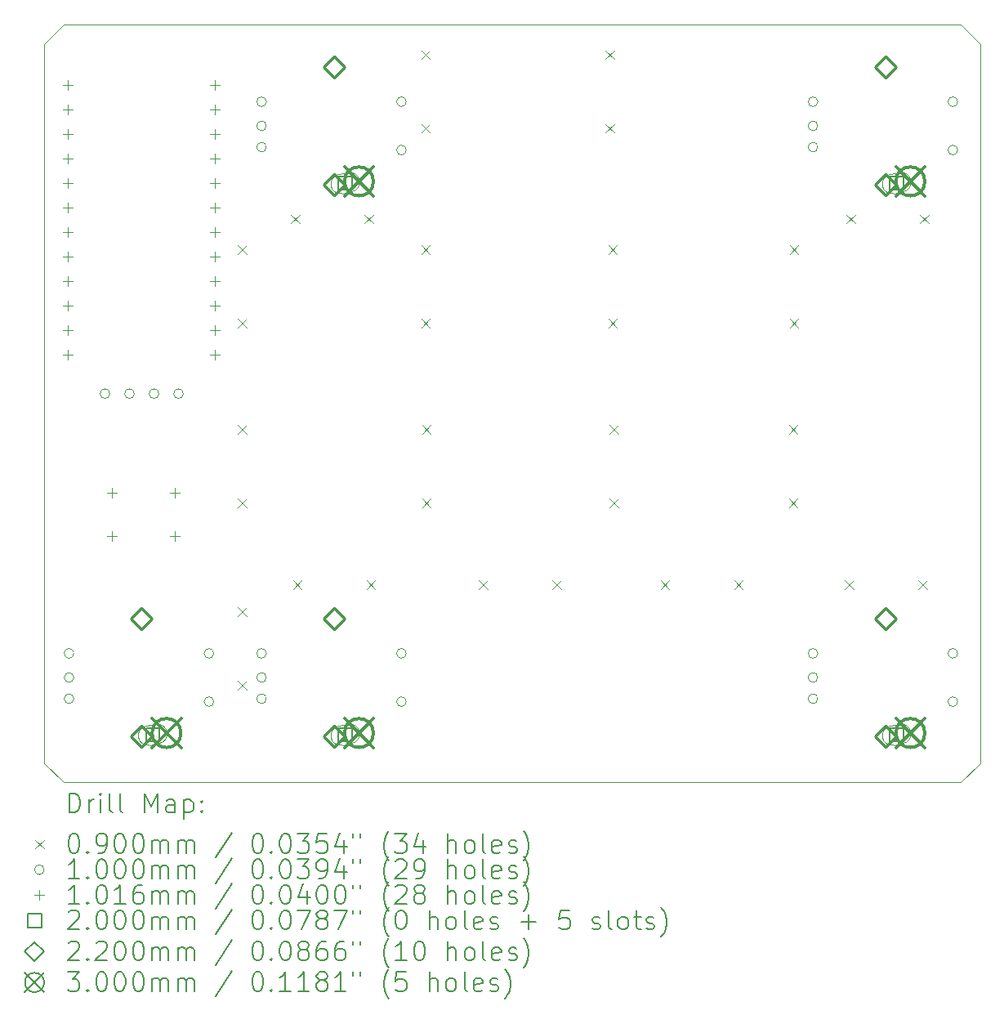
<source format=gbr>
%TF.GenerationSoftware,KiCad,Pcbnew,9.0.7*%
%TF.CreationDate,2026-01-19T20:35:19+01:00*%
%TF.ProjectId,dumbpad,64756d62-7061-4642-9e6b-696361645f70,rev?*%
%TF.SameCoordinates,Original*%
%TF.FileFunction,Drillmap*%
%TF.FilePolarity,Positive*%
%FSLAX45Y45*%
G04 Gerber Fmt 4.5, Leading zero omitted, Abs format (unit mm)*
G04 Created by KiCad (PCBNEW 9.0.7) date 2026-01-19 20:35:19*
%MOMM*%
%LPD*%
G01*
G04 APERTURE LIST*
%ADD10C,0.050000*%
%ADD11C,0.200000*%
%ADD12C,0.100000*%
%ADD13C,0.101600*%
%ADD14C,0.220000*%
%ADD15C,0.300000*%
G04 APERTURE END LIST*
D10*
X19700110Y-6775360D02*
X19500110Y-6575360D01*
X10200110Y-6575360D02*
X10000110Y-6775360D01*
X19500110Y-14425360D02*
X19700110Y-14225360D01*
X19500110Y-6575360D02*
X10200110Y-6575360D01*
X19700110Y-14225360D02*
X19700110Y-6775360D01*
X10000110Y-14225360D02*
X10200110Y-14425360D01*
X10200110Y-14425360D02*
X19500110Y-14425360D01*
X10000110Y-6775360D02*
X10000110Y-14225360D01*
D11*
D12*
X12005000Y-8865000D02*
X12095000Y-8955000D01*
X12095000Y-8865000D02*
X12005000Y-8955000D01*
X12005000Y-9627000D02*
X12095000Y-9717000D01*
X12095000Y-9627000D02*
X12005000Y-9717000D01*
X12005000Y-10725000D02*
X12095000Y-10815000D01*
X12095000Y-10725000D02*
X12005000Y-10815000D01*
X12005000Y-11487000D02*
X12095000Y-11577000D01*
X12095000Y-11487000D02*
X12005000Y-11577000D01*
X12005000Y-12615000D02*
X12095000Y-12705000D01*
X12095000Y-12615000D02*
X12005000Y-12705000D01*
X12005000Y-13377000D02*
X12095000Y-13467000D01*
X12095000Y-13377000D02*
X12005000Y-13467000D01*
X12555000Y-8545000D02*
X12645000Y-8635000D01*
X12645000Y-8545000D02*
X12555000Y-8635000D01*
X12575000Y-12335000D02*
X12665000Y-12425000D01*
X12665000Y-12335000D02*
X12575000Y-12425000D01*
X13317000Y-8545000D02*
X13407000Y-8635000D01*
X13407000Y-8545000D02*
X13317000Y-8635000D01*
X13337000Y-12335000D02*
X13427000Y-12425000D01*
X13427000Y-12335000D02*
X13337000Y-12425000D01*
X13905000Y-6845000D02*
X13995000Y-6935000D01*
X13995000Y-6845000D02*
X13905000Y-6935000D01*
X13905000Y-7607000D02*
X13995000Y-7697000D01*
X13995000Y-7607000D02*
X13905000Y-7697000D01*
X13905000Y-8865000D02*
X13995000Y-8955000D01*
X13995000Y-8865000D02*
X13905000Y-8955000D01*
X13905000Y-9627000D02*
X13995000Y-9717000D01*
X13995000Y-9627000D02*
X13905000Y-9717000D01*
X13915000Y-10725000D02*
X14005000Y-10815000D01*
X14005000Y-10725000D02*
X13915000Y-10815000D01*
X13915000Y-11487000D02*
X14005000Y-11577000D01*
X14005000Y-11487000D02*
X13915000Y-11577000D01*
X14505000Y-12335000D02*
X14595000Y-12425000D01*
X14595000Y-12335000D02*
X14505000Y-12425000D01*
X15267000Y-12335000D02*
X15357000Y-12425000D01*
X15357000Y-12335000D02*
X15267000Y-12425000D01*
X15815000Y-6845000D02*
X15905000Y-6935000D01*
X15905000Y-6845000D02*
X15815000Y-6935000D01*
X15815000Y-7607000D02*
X15905000Y-7697000D01*
X15905000Y-7607000D02*
X15815000Y-7697000D01*
X15845000Y-8865000D02*
X15935000Y-8955000D01*
X15935000Y-8865000D02*
X15845000Y-8955000D01*
X15845000Y-9627000D02*
X15935000Y-9717000D01*
X15935000Y-9627000D02*
X15845000Y-9717000D01*
X15855000Y-10725000D02*
X15945000Y-10815000D01*
X15945000Y-10725000D02*
X15855000Y-10815000D01*
X15855000Y-11487000D02*
X15945000Y-11577000D01*
X15945000Y-11487000D02*
X15855000Y-11577000D01*
X16385000Y-12335000D02*
X16475000Y-12425000D01*
X16475000Y-12335000D02*
X16385000Y-12425000D01*
X17147000Y-12335000D02*
X17237000Y-12425000D01*
X17237000Y-12335000D02*
X17147000Y-12425000D01*
X17715000Y-10725000D02*
X17805000Y-10815000D01*
X17805000Y-10725000D02*
X17715000Y-10815000D01*
X17715000Y-11487000D02*
X17805000Y-11577000D01*
X17805000Y-11487000D02*
X17715000Y-11577000D01*
X17725000Y-8865000D02*
X17815000Y-8955000D01*
X17815000Y-8865000D02*
X17725000Y-8955000D01*
X17725000Y-9627000D02*
X17815000Y-9717000D01*
X17815000Y-9627000D02*
X17725000Y-9717000D01*
X18295000Y-12335000D02*
X18385000Y-12425000D01*
X18385000Y-12335000D02*
X18295000Y-12425000D01*
X18315000Y-8545000D02*
X18405000Y-8635000D01*
X18405000Y-8545000D02*
X18315000Y-8635000D01*
X19057000Y-12335000D02*
X19147000Y-12425000D01*
X19147000Y-12335000D02*
X19057000Y-12425000D01*
X19077000Y-8545000D02*
X19167000Y-8635000D01*
X19167000Y-8545000D02*
X19077000Y-8635000D01*
X10305110Y-13090360D02*
G75*
G02*
X10205110Y-13090360I-50000J0D01*
G01*
X10205110Y-13090360D02*
G75*
G02*
X10305110Y-13090360I50000J0D01*
G01*
X10305110Y-13340360D02*
G75*
G02*
X10205110Y-13340360I-50000J0D01*
G01*
X10205110Y-13340360D02*
G75*
G02*
X10305110Y-13340360I50000J0D01*
G01*
X10305110Y-13560360D02*
G75*
G02*
X10205110Y-13560360I-50000J0D01*
G01*
X10205110Y-13560360D02*
G75*
G02*
X10305110Y-13560360I50000J0D01*
G01*
X10678000Y-10400000D02*
G75*
G02*
X10578000Y-10400000I-50000J0D01*
G01*
X10578000Y-10400000D02*
G75*
G02*
X10678000Y-10400000I50000J0D01*
G01*
X10932000Y-10400000D02*
G75*
G02*
X10832000Y-10400000I-50000J0D01*
G01*
X10832000Y-10400000D02*
G75*
G02*
X10932000Y-10400000I50000J0D01*
G01*
X11186000Y-10400000D02*
G75*
G02*
X11086000Y-10400000I-50000J0D01*
G01*
X11086000Y-10400000D02*
G75*
G02*
X11186000Y-10400000I50000J0D01*
G01*
X11440000Y-10400000D02*
G75*
G02*
X11340000Y-10400000I-50000J0D01*
G01*
X11340000Y-10400000D02*
G75*
G02*
X11440000Y-10400000I50000J0D01*
G01*
X11755110Y-13090360D02*
G75*
G02*
X11655110Y-13090360I-50000J0D01*
G01*
X11655110Y-13090360D02*
G75*
G02*
X11755110Y-13090360I50000J0D01*
G01*
X11755110Y-13590360D02*
G75*
G02*
X11655110Y-13590360I-50000J0D01*
G01*
X11655110Y-13590360D02*
G75*
G02*
X11755110Y-13590360I50000J0D01*
G01*
X12300110Y-7375360D02*
G75*
G02*
X12200110Y-7375360I-50000J0D01*
G01*
X12200110Y-7375360D02*
G75*
G02*
X12300110Y-7375360I50000J0D01*
G01*
X12300110Y-7625360D02*
G75*
G02*
X12200110Y-7625360I-50000J0D01*
G01*
X12200110Y-7625360D02*
G75*
G02*
X12300110Y-7625360I50000J0D01*
G01*
X12300110Y-7845360D02*
G75*
G02*
X12200110Y-7845360I-50000J0D01*
G01*
X12200110Y-7845360D02*
G75*
G02*
X12300110Y-7845360I50000J0D01*
G01*
X12300110Y-13090360D02*
G75*
G02*
X12200110Y-13090360I-50000J0D01*
G01*
X12200110Y-13090360D02*
G75*
G02*
X12300110Y-13090360I50000J0D01*
G01*
X12300110Y-13340360D02*
G75*
G02*
X12200110Y-13340360I-50000J0D01*
G01*
X12200110Y-13340360D02*
G75*
G02*
X12300110Y-13340360I50000J0D01*
G01*
X12300110Y-13560360D02*
G75*
G02*
X12200110Y-13560360I-50000J0D01*
G01*
X12200110Y-13560360D02*
G75*
G02*
X12300110Y-13560360I50000J0D01*
G01*
X13750110Y-7375360D02*
G75*
G02*
X13650110Y-7375360I-50000J0D01*
G01*
X13650110Y-7375360D02*
G75*
G02*
X13750110Y-7375360I50000J0D01*
G01*
X13750110Y-7875360D02*
G75*
G02*
X13650110Y-7875360I-50000J0D01*
G01*
X13650110Y-7875360D02*
G75*
G02*
X13750110Y-7875360I50000J0D01*
G01*
X13750110Y-13090360D02*
G75*
G02*
X13650110Y-13090360I-50000J0D01*
G01*
X13650110Y-13090360D02*
G75*
G02*
X13750110Y-13090360I50000J0D01*
G01*
X13750110Y-13590360D02*
G75*
G02*
X13650110Y-13590360I-50000J0D01*
G01*
X13650110Y-13590360D02*
G75*
G02*
X13750110Y-13590360I50000J0D01*
G01*
X18015110Y-7375360D02*
G75*
G02*
X17915110Y-7375360I-50000J0D01*
G01*
X17915110Y-7375360D02*
G75*
G02*
X18015110Y-7375360I50000J0D01*
G01*
X18015110Y-7625360D02*
G75*
G02*
X17915110Y-7625360I-50000J0D01*
G01*
X17915110Y-7625360D02*
G75*
G02*
X18015110Y-7625360I50000J0D01*
G01*
X18015110Y-7845360D02*
G75*
G02*
X17915110Y-7845360I-50000J0D01*
G01*
X17915110Y-7845360D02*
G75*
G02*
X18015110Y-7845360I50000J0D01*
G01*
X18015110Y-13090360D02*
G75*
G02*
X17915110Y-13090360I-50000J0D01*
G01*
X17915110Y-13090360D02*
G75*
G02*
X18015110Y-13090360I50000J0D01*
G01*
X18015110Y-13340360D02*
G75*
G02*
X17915110Y-13340360I-50000J0D01*
G01*
X17915110Y-13340360D02*
G75*
G02*
X18015110Y-13340360I50000J0D01*
G01*
X18015110Y-13560360D02*
G75*
G02*
X17915110Y-13560360I-50000J0D01*
G01*
X17915110Y-13560360D02*
G75*
G02*
X18015110Y-13560360I50000J0D01*
G01*
X19465110Y-7375360D02*
G75*
G02*
X19365110Y-7375360I-50000J0D01*
G01*
X19365110Y-7375360D02*
G75*
G02*
X19465110Y-7375360I50000J0D01*
G01*
X19465110Y-7875360D02*
G75*
G02*
X19365110Y-7875360I-50000J0D01*
G01*
X19365110Y-7875360D02*
G75*
G02*
X19465110Y-7875360I50000J0D01*
G01*
X19465110Y-13090360D02*
G75*
G02*
X19365110Y-13090360I-50000J0D01*
G01*
X19365110Y-13090360D02*
G75*
G02*
X19465110Y-13090360I50000J0D01*
G01*
X19465110Y-13590360D02*
G75*
G02*
X19365110Y-13590360I-50000J0D01*
G01*
X19365110Y-13590360D02*
G75*
G02*
X19465110Y-13590360I50000J0D01*
G01*
D13*
X10243110Y-7154560D02*
X10243110Y-7256160D01*
X10192310Y-7205360D02*
X10293910Y-7205360D01*
X10243110Y-7408560D02*
X10243110Y-7510160D01*
X10192310Y-7459360D02*
X10293910Y-7459360D01*
X10243110Y-7662560D02*
X10243110Y-7764160D01*
X10192310Y-7713360D02*
X10293910Y-7713360D01*
X10243110Y-7916560D02*
X10243110Y-8018160D01*
X10192310Y-7967360D02*
X10293910Y-7967360D01*
X10243110Y-8170560D02*
X10243110Y-8272160D01*
X10192310Y-8221360D02*
X10293910Y-8221360D01*
X10243110Y-8424560D02*
X10243110Y-8526160D01*
X10192310Y-8475360D02*
X10293910Y-8475360D01*
X10243110Y-8678560D02*
X10243110Y-8780160D01*
X10192310Y-8729360D02*
X10293910Y-8729360D01*
X10243110Y-8932560D02*
X10243110Y-9034160D01*
X10192310Y-8983360D02*
X10293910Y-8983360D01*
X10243110Y-9186560D02*
X10243110Y-9288160D01*
X10192310Y-9237360D02*
X10293910Y-9237360D01*
X10243110Y-9440560D02*
X10243110Y-9542160D01*
X10192310Y-9491360D02*
X10293910Y-9491360D01*
X10243110Y-9694560D02*
X10243110Y-9796160D01*
X10192310Y-9745360D02*
X10293910Y-9745360D01*
X10243110Y-9948560D02*
X10243110Y-10050160D01*
X10192310Y-9999360D02*
X10293910Y-9999360D01*
X10699760Y-11372080D02*
X10699760Y-11473680D01*
X10648960Y-11422880D02*
X10750560Y-11422880D01*
X10699760Y-11824200D02*
X10699760Y-11925800D01*
X10648960Y-11875000D02*
X10750560Y-11875000D01*
X11350000Y-11372080D02*
X11350000Y-11473680D01*
X11299200Y-11422880D02*
X11400800Y-11422880D01*
X11350000Y-11824200D02*
X11350000Y-11925800D01*
X11299200Y-11875000D02*
X11400800Y-11875000D01*
X11767110Y-7154560D02*
X11767110Y-7256160D01*
X11716310Y-7205360D02*
X11817910Y-7205360D01*
X11767110Y-7408560D02*
X11767110Y-7510160D01*
X11716310Y-7459360D02*
X11817910Y-7459360D01*
X11767110Y-7662560D02*
X11767110Y-7764160D01*
X11716310Y-7713360D02*
X11817910Y-7713360D01*
X11767110Y-7916560D02*
X11767110Y-8018160D01*
X11716310Y-7967360D02*
X11817910Y-7967360D01*
X11767110Y-8170560D02*
X11767110Y-8272160D01*
X11716310Y-8221360D02*
X11817910Y-8221360D01*
X11767110Y-8424560D02*
X11767110Y-8526160D01*
X11716310Y-8475360D02*
X11817910Y-8475360D01*
X11767110Y-8678560D02*
X11767110Y-8780160D01*
X11716310Y-8729360D02*
X11817910Y-8729360D01*
X11767110Y-8932560D02*
X11767110Y-9034160D01*
X11716310Y-8983360D02*
X11817910Y-8983360D01*
X11767110Y-9186560D02*
X11767110Y-9288160D01*
X11716310Y-9237360D02*
X11817910Y-9237360D01*
X11767110Y-9440560D02*
X11767110Y-9542160D01*
X11716310Y-9491360D02*
X11817910Y-9491360D01*
X11767110Y-9694560D02*
X11767110Y-9796160D01*
X11716310Y-9745360D02*
X11817910Y-9745360D01*
X11767110Y-9948560D02*
X11767110Y-10050160D01*
X11716310Y-9999360D02*
X11817910Y-9999360D01*
D11*
X11192821Y-14004071D02*
X11192821Y-13862649D01*
X11051399Y-13862649D01*
X11051399Y-14004071D01*
X11192821Y-14004071D01*
D12*
X11153986Y-13826197D02*
X11055505Y-13843562D01*
X11090234Y-14040523D02*
G75*
G02*
X11055505Y-13843562I-17365J98481D01*
G01*
X11090234Y-14040523D02*
X11188715Y-14023158D01*
X11188715Y-14023158D02*
G75*
G03*
X11153986Y-13826197I-17365J98481D01*
G01*
D11*
X13187821Y-8289071D02*
X13187821Y-8147649D01*
X13046399Y-8147649D01*
X13046399Y-8289071D01*
X13187821Y-8289071D01*
D12*
X13148986Y-8111197D02*
X13050505Y-8128562D01*
X13085234Y-8325523D02*
G75*
G02*
X13050505Y-8128562I-17365J98481D01*
G01*
X13085234Y-8325523D02*
X13183715Y-8308158D01*
X13183715Y-8308158D02*
G75*
G03*
X13148986Y-8111197I-17365J98481D01*
G01*
D11*
X13187821Y-14004071D02*
X13187821Y-13862649D01*
X13046399Y-13862649D01*
X13046399Y-14004071D01*
X13187821Y-14004071D01*
D12*
X13148986Y-13826197D02*
X13050505Y-13843562D01*
X13085234Y-14040523D02*
G75*
G02*
X13050505Y-13843562I-17365J98481D01*
G01*
X13085234Y-14040523D02*
X13183715Y-14023158D01*
X13183715Y-14023158D02*
G75*
G03*
X13148986Y-13826197I-17365J98481D01*
G01*
D11*
X18902821Y-8289071D02*
X18902821Y-8147649D01*
X18761399Y-8147649D01*
X18761399Y-8289071D01*
X18902821Y-8289071D01*
D12*
X18863986Y-8111197D02*
X18765505Y-8128562D01*
X18800234Y-8325523D02*
G75*
G02*
X18765505Y-8128562I-17365J98481D01*
G01*
X18800234Y-8325523D02*
X18898715Y-8308158D01*
X18898715Y-8308158D02*
G75*
G03*
X18863986Y-8111197I-17365J98481D01*
G01*
D11*
X18902821Y-14004071D02*
X18902821Y-13862649D01*
X18761399Y-13862649D01*
X18761399Y-14004071D01*
X18902821Y-14004071D01*
D12*
X18863986Y-13826197D02*
X18765505Y-13843562D01*
X18800234Y-14040523D02*
G75*
G02*
X18765505Y-13843562I-17365J98481D01*
G01*
X18800234Y-14040523D02*
X18898715Y-14023158D01*
X18898715Y-14023158D02*
G75*
G03*
X18863986Y-13826197I-17365J98481D01*
G01*
D14*
X11005110Y-12840360D02*
X11115110Y-12730360D01*
X11005110Y-12620360D01*
X10895110Y-12730360D01*
X11005110Y-12840360D01*
X11005110Y-14060360D02*
X11115110Y-13950360D01*
X11005110Y-13840360D01*
X10895110Y-13950360D01*
X11005110Y-14060360D01*
X13000110Y-7125360D02*
X13110110Y-7015360D01*
X13000110Y-6905360D01*
X12890110Y-7015360D01*
X13000110Y-7125360D01*
X13000110Y-8345360D02*
X13110110Y-8235360D01*
X13000110Y-8125360D01*
X12890110Y-8235360D01*
X13000110Y-8345360D01*
X13000110Y-12840360D02*
X13110110Y-12730360D01*
X13000110Y-12620360D01*
X12890110Y-12730360D01*
X13000110Y-12840360D01*
X13000110Y-14060360D02*
X13110110Y-13950360D01*
X13000110Y-13840360D01*
X12890110Y-13950360D01*
X13000110Y-14060360D01*
X18715110Y-7125360D02*
X18825110Y-7015360D01*
X18715110Y-6905360D01*
X18605110Y-7015360D01*
X18715110Y-7125360D01*
X18715110Y-8345360D02*
X18825110Y-8235360D01*
X18715110Y-8125360D01*
X18605110Y-8235360D01*
X18715110Y-8345360D01*
X18715110Y-12840360D02*
X18825110Y-12730360D01*
X18715110Y-12620360D01*
X18605110Y-12730360D01*
X18715110Y-12840360D01*
X18715110Y-14060360D02*
X18825110Y-13950360D01*
X18715110Y-13840360D01*
X18605110Y-13950360D01*
X18715110Y-14060360D01*
D15*
X11115110Y-13765360D02*
X11415110Y-14065360D01*
X11415110Y-13765360D02*
X11115110Y-14065360D01*
X11415110Y-13915360D02*
G75*
G02*
X11115110Y-13915360I-150000J0D01*
G01*
X11115110Y-13915360D02*
G75*
G02*
X11415110Y-13915360I150000J0D01*
G01*
X13110110Y-8050360D02*
X13410110Y-8350360D01*
X13410110Y-8050360D02*
X13110110Y-8350360D01*
X13410110Y-8200360D02*
G75*
G02*
X13110110Y-8200360I-150000J0D01*
G01*
X13110110Y-8200360D02*
G75*
G02*
X13410110Y-8200360I150000J0D01*
G01*
X13110110Y-13765360D02*
X13410110Y-14065360D01*
X13410110Y-13765360D02*
X13110110Y-14065360D01*
X13410110Y-13915360D02*
G75*
G02*
X13110110Y-13915360I-150000J0D01*
G01*
X13110110Y-13915360D02*
G75*
G02*
X13410110Y-13915360I150000J0D01*
G01*
X18825110Y-8050360D02*
X19125110Y-8350360D01*
X19125110Y-8050360D02*
X18825110Y-8350360D01*
X19125110Y-8200360D02*
G75*
G02*
X18825110Y-8200360I-150000J0D01*
G01*
X18825110Y-8200360D02*
G75*
G02*
X19125110Y-8200360I150000J0D01*
G01*
X18825110Y-13765360D02*
X19125110Y-14065360D01*
X19125110Y-13765360D02*
X18825110Y-14065360D01*
X19125110Y-13915360D02*
G75*
G02*
X18825110Y-13915360I-150000J0D01*
G01*
X18825110Y-13915360D02*
G75*
G02*
X19125110Y-13915360I150000J0D01*
G01*
D11*
X10258387Y-14739344D02*
X10258387Y-14539344D01*
X10258387Y-14539344D02*
X10306006Y-14539344D01*
X10306006Y-14539344D02*
X10334577Y-14548868D01*
X10334577Y-14548868D02*
X10353625Y-14567915D01*
X10353625Y-14567915D02*
X10363149Y-14586963D01*
X10363149Y-14586963D02*
X10372673Y-14625058D01*
X10372673Y-14625058D02*
X10372673Y-14653629D01*
X10372673Y-14653629D02*
X10363149Y-14691725D01*
X10363149Y-14691725D02*
X10353625Y-14710772D01*
X10353625Y-14710772D02*
X10334577Y-14729820D01*
X10334577Y-14729820D02*
X10306006Y-14739344D01*
X10306006Y-14739344D02*
X10258387Y-14739344D01*
X10458387Y-14739344D02*
X10458387Y-14606010D01*
X10458387Y-14644106D02*
X10467911Y-14625058D01*
X10467911Y-14625058D02*
X10477434Y-14615534D01*
X10477434Y-14615534D02*
X10496482Y-14606010D01*
X10496482Y-14606010D02*
X10515530Y-14606010D01*
X10582196Y-14739344D02*
X10582196Y-14606010D01*
X10582196Y-14539344D02*
X10572673Y-14548868D01*
X10572673Y-14548868D02*
X10582196Y-14558391D01*
X10582196Y-14558391D02*
X10591720Y-14548868D01*
X10591720Y-14548868D02*
X10582196Y-14539344D01*
X10582196Y-14539344D02*
X10582196Y-14558391D01*
X10706006Y-14739344D02*
X10686958Y-14729820D01*
X10686958Y-14729820D02*
X10677434Y-14710772D01*
X10677434Y-14710772D02*
X10677434Y-14539344D01*
X10810768Y-14739344D02*
X10791720Y-14729820D01*
X10791720Y-14729820D02*
X10782196Y-14710772D01*
X10782196Y-14710772D02*
X10782196Y-14539344D01*
X11039339Y-14739344D02*
X11039339Y-14539344D01*
X11039339Y-14539344D02*
X11106006Y-14682201D01*
X11106006Y-14682201D02*
X11172673Y-14539344D01*
X11172673Y-14539344D02*
X11172673Y-14739344D01*
X11353625Y-14739344D02*
X11353625Y-14634582D01*
X11353625Y-14634582D02*
X11344101Y-14615534D01*
X11344101Y-14615534D02*
X11325053Y-14606010D01*
X11325053Y-14606010D02*
X11286958Y-14606010D01*
X11286958Y-14606010D02*
X11267911Y-14615534D01*
X11353625Y-14729820D02*
X11334577Y-14739344D01*
X11334577Y-14739344D02*
X11286958Y-14739344D01*
X11286958Y-14739344D02*
X11267911Y-14729820D01*
X11267911Y-14729820D02*
X11258387Y-14710772D01*
X11258387Y-14710772D02*
X11258387Y-14691725D01*
X11258387Y-14691725D02*
X11267911Y-14672677D01*
X11267911Y-14672677D02*
X11286958Y-14663153D01*
X11286958Y-14663153D02*
X11334577Y-14663153D01*
X11334577Y-14663153D02*
X11353625Y-14653629D01*
X11448863Y-14606010D02*
X11448863Y-14806010D01*
X11448863Y-14615534D02*
X11467911Y-14606010D01*
X11467911Y-14606010D02*
X11506006Y-14606010D01*
X11506006Y-14606010D02*
X11525053Y-14615534D01*
X11525053Y-14615534D02*
X11534577Y-14625058D01*
X11534577Y-14625058D02*
X11544101Y-14644106D01*
X11544101Y-14644106D02*
X11544101Y-14701248D01*
X11544101Y-14701248D02*
X11534577Y-14720296D01*
X11534577Y-14720296D02*
X11525053Y-14729820D01*
X11525053Y-14729820D02*
X11506006Y-14739344D01*
X11506006Y-14739344D02*
X11467911Y-14739344D01*
X11467911Y-14739344D02*
X11448863Y-14729820D01*
X11629815Y-14720296D02*
X11639339Y-14729820D01*
X11639339Y-14729820D02*
X11629815Y-14739344D01*
X11629815Y-14739344D02*
X11620292Y-14729820D01*
X11620292Y-14729820D02*
X11629815Y-14720296D01*
X11629815Y-14720296D02*
X11629815Y-14739344D01*
X11629815Y-14615534D02*
X11639339Y-14625058D01*
X11639339Y-14625058D02*
X11629815Y-14634582D01*
X11629815Y-14634582D02*
X11620292Y-14625058D01*
X11620292Y-14625058D02*
X11629815Y-14615534D01*
X11629815Y-14615534D02*
X11629815Y-14634582D01*
D12*
X9907610Y-15022860D02*
X9997610Y-15112860D01*
X9997610Y-15022860D02*
X9907610Y-15112860D01*
D11*
X10296482Y-14959344D02*
X10315530Y-14959344D01*
X10315530Y-14959344D02*
X10334577Y-14968868D01*
X10334577Y-14968868D02*
X10344101Y-14978391D01*
X10344101Y-14978391D02*
X10353625Y-14997439D01*
X10353625Y-14997439D02*
X10363149Y-15035534D01*
X10363149Y-15035534D02*
X10363149Y-15083153D01*
X10363149Y-15083153D02*
X10353625Y-15121248D01*
X10353625Y-15121248D02*
X10344101Y-15140296D01*
X10344101Y-15140296D02*
X10334577Y-15149820D01*
X10334577Y-15149820D02*
X10315530Y-15159344D01*
X10315530Y-15159344D02*
X10296482Y-15159344D01*
X10296482Y-15159344D02*
X10277434Y-15149820D01*
X10277434Y-15149820D02*
X10267911Y-15140296D01*
X10267911Y-15140296D02*
X10258387Y-15121248D01*
X10258387Y-15121248D02*
X10248863Y-15083153D01*
X10248863Y-15083153D02*
X10248863Y-15035534D01*
X10248863Y-15035534D02*
X10258387Y-14997439D01*
X10258387Y-14997439D02*
X10267911Y-14978391D01*
X10267911Y-14978391D02*
X10277434Y-14968868D01*
X10277434Y-14968868D02*
X10296482Y-14959344D01*
X10448863Y-15140296D02*
X10458387Y-15149820D01*
X10458387Y-15149820D02*
X10448863Y-15159344D01*
X10448863Y-15159344D02*
X10439339Y-15149820D01*
X10439339Y-15149820D02*
X10448863Y-15140296D01*
X10448863Y-15140296D02*
X10448863Y-15159344D01*
X10553625Y-15159344D02*
X10591720Y-15159344D01*
X10591720Y-15159344D02*
X10610768Y-15149820D01*
X10610768Y-15149820D02*
X10620292Y-15140296D01*
X10620292Y-15140296D02*
X10639339Y-15111725D01*
X10639339Y-15111725D02*
X10648863Y-15073629D01*
X10648863Y-15073629D02*
X10648863Y-14997439D01*
X10648863Y-14997439D02*
X10639339Y-14978391D01*
X10639339Y-14978391D02*
X10629815Y-14968868D01*
X10629815Y-14968868D02*
X10610768Y-14959344D01*
X10610768Y-14959344D02*
X10572673Y-14959344D01*
X10572673Y-14959344D02*
X10553625Y-14968868D01*
X10553625Y-14968868D02*
X10544101Y-14978391D01*
X10544101Y-14978391D02*
X10534577Y-14997439D01*
X10534577Y-14997439D02*
X10534577Y-15045058D01*
X10534577Y-15045058D02*
X10544101Y-15064106D01*
X10544101Y-15064106D02*
X10553625Y-15073629D01*
X10553625Y-15073629D02*
X10572673Y-15083153D01*
X10572673Y-15083153D02*
X10610768Y-15083153D01*
X10610768Y-15083153D02*
X10629815Y-15073629D01*
X10629815Y-15073629D02*
X10639339Y-15064106D01*
X10639339Y-15064106D02*
X10648863Y-15045058D01*
X10772673Y-14959344D02*
X10791720Y-14959344D01*
X10791720Y-14959344D02*
X10810768Y-14968868D01*
X10810768Y-14968868D02*
X10820292Y-14978391D01*
X10820292Y-14978391D02*
X10829815Y-14997439D01*
X10829815Y-14997439D02*
X10839339Y-15035534D01*
X10839339Y-15035534D02*
X10839339Y-15083153D01*
X10839339Y-15083153D02*
X10829815Y-15121248D01*
X10829815Y-15121248D02*
X10820292Y-15140296D01*
X10820292Y-15140296D02*
X10810768Y-15149820D01*
X10810768Y-15149820D02*
X10791720Y-15159344D01*
X10791720Y-15159344D02*
X10772673Y-15159344D01*
X10772673Y-15159344D02*
X10753625Y-15149820D01*
X10753625Y-15149820D02*
X10744101Y-15140296D01*
X10744101Y-15140296D02*
X10734577Y-15121248D01*
X10734577Y-15121248D02*
X10725054Y-15083153D01*
X10725054Y-15083153D02*
X10725054Y-15035534D01*
X10725054Y-15035534D02*
X10734577Y-14997439D01*
X10734577Y-14997439D02*
X10744101Y-14978391D01*
X10744101Y-14978391D02*
X10753625Y-14968868D01*
X10753625Y-14968868D02*
X10772673Y-14959344D01*
X10963149Y-14959344D02*
X10982196Y-14959344D01*
X10982196Y-14959344D02*
X11001244Y-14968868D01*
X11001244Y-14968868D02*
X11010768Y-14978391D01*
X11010768Y-14978391D02*
X11020292Y-14997439D01*
X11020292Y-14997439D02*
X11029815Y-15035534D01*
X11029815Y-15035534D02*
X11029815Y-15083153D01*
X11029815Y-15083153D02*
X11020292Y-15121248D01*
X11020292Y-15121248D02*
X11010768Y-15140296D01*
X11010768Y-15140296D02*
X11001244Y-15149820D01*
X11001244Y-15149820D02*
X10982196Y-15159344D01*
X10982196Y-15159344D02*
X10963149Y-15159344D01*
X10963149Y-15159344D02*
X10944101Y-15149820D01*
X10944101Y-15149820D02*
X10934577Y-15140296D01*
X10934577Y-15140296D02*
X10925054Y-15121248D01*
X10925054Y-15121248D02*
X10915530Y-15083153D01*
X10915530Y-15083153D02*
X10915530Y-15035534D01*
X10915530Y-15035534D02*
X10925054Y-14997439D01*
X10925054Y-14997439D02*
X10934577Y-14978391D01*
X10934577Y-14978391D02*
X10944101Y-14968868D01*
X10944101Y-14968868D02*
X10963149Y-14959344D01*
X11115530Y-15159344D02*
X11115530Y-15026010D01*
X11115530Y-15045058D02*
X11125054Y-15035534D01*
X11125054Y-15035534D02*
X11144101Y-15026010D01*
X11144101Y-15026010D02*
X11172673Y-15026010D01*
X11172673Y-15026010D02*
X11191720Y-15035534D01*
X11191720Y-15035534D02*
X11201244Y-15054582D01*
X11201244Y-15054582D02*
X11201244Y-15159344D01*
X11201244Y-15054582D02*
X11210768Y-15035534D01*
X11210768Y-15035534D02*
X11229815Y-15026010D01*
X11229815Y-15026010D02*
X11258387Y-15026010D01*
X11258387Y-15026010D02*
X11277434Y-15035534D01*
X11277434Y-15035534D02*
X11286958Y-15054582D01*
X11286958Y-15054582D02*
X11286958Y-15159344D01*
X11382196Y-15159344D02*
X11382196Y-15026010D01*
X11382196Y-15045058D02*
X11391720Y-15035534D01*
X11391720Y-15035534D02*
X11410768Y-15026010D01*
X11410768Y-15026010D02*
X11439339Y-15026010D01*
X11439339Y-15026010D02*
X11458387Y-15035534D01*
X11458387Y-15035534D02*
X11467911Y-15054582D01*
X11467911Y-15054582D02*
X11467911Y-15159344D01*
X11467911Y-15054582D02*
X11477434Y-15035534D01*
X11477434Y-15035534D02*
X11496482Y-15026010D01*
X11496482Y-15026010D02*
X11525053Y-15026010D01*
X11525053Y-15026010D02*
X11544101Y-15035534D01*
X11544101Y-15035534D02*
X11553625Y-15054582D01*
X11553625Y-15054582D02*
X11553625Y-15159344D01*
X11944101Y-14949820D02*
X11772673Y-15206963D01*
X12201244Y-14959344D02*
X12220292Y-14959344D01*
X12220292Y-14959344D02*
X12239339Y-14968868D01*
X12239339Y-14968868D02*
X12248863Y-14978391D01*
X12248863Y-14978391D02*
X12258387Y-14997439D01*
X12258387Y-14997439D02*
X12267911Y-15035534D01*
X12267911Y-15035534D02*
X12267911Y-15083153D01*
X12267911Y-15083153D02*
X12258387Y-15121248D01*
X12258387Y-15121248D02*
X12248863Y-15140296D01*
X12248863Y-15140296D02*
X12239339Y-15149820D01*
X12239339Y-15149820D02*
X12220292Y-15159344D01*
X12220292Y-15159344D02*
X12201244Y-15159344D01*
X12201244Y-15159344D02*
X12182196Y-15149820D01*
X12182196Y-15149820D02*
X12172673Y-15140296D01*
X12172673Y-15140296D02*
X12163149Y-15121248D01*
X12163149Y-15121248D02*
X12153625Y-15083153D01*
X12153625Y-15083153D02*
X12153625Y-15035534D01*
X12153625Y-15035534D02*
X12163149Y-14997439D01*
X12163149Y-14997439D02*
X12172673Y-14978391D01*
X12172673Y-14978391D02*
X12182196Y-14968868D01*
X12182196Y-14968868D02*
X12201244Y-14959344D01*
X12353625Y-15140296D02*
X12363149Y-15149820D01*
X12363149Y-15149820D02*
X12353625Y-15159344D01*
X12353625Y-15159344D02*
X12344101Y-15149820D01*
X12344101Y-15149820D02*
X12353625Y-15140296D01*
X12353625Y-15140296D02*
X12353625Y-15159344D01*
X12486958Y-14959344D02*
X12506006Y-14959344D01*
X12506006Y-14959344D02*
X12525054Y-14968868D01*
X12525054Y-14968868D02*
X12534577Y-14978391D01*
X12534577Y-14978391D02*
X12544101Y-14997439D01*
X12544101Y-14997439D02*
X12553625Y-15035534D01*
X12553625Y-15035534D02*
X12553625Y-15083153D01*
X12553625Y-15083153D02*
X12544101Y-15121248D01*
X12544101Y-15121248D02*
X12534577Y-15140296D01*
X12534577Y-15140296D02*
X12525054Y-15149820D01*
X12525054Y-15149820D02*
X12506006Y-15159344D01*
X12506006Y-15159344D02*
X12486958Y-15159344D01*
X12486958Y-15159344D02*
X12467911Y-15149820D01*
X12467911Y-15149820D02*
X12458387Y-15140296D01*
X12458387Y-15140296D02*
X12448863Y-15121248D01*
X12448863Y-15121248D02*
X12439339Y-15083153D01*
X12439339Y-15083153D02*
X12439339Y-15035534D01*
X12439339Y-15035534D02*
X12448863Y-14997439D01*
X12448863Y-14997439D02*
X12458387Y-14978391D01*
X12458387Y-14978391D02*
X12467911Y-14968868D01*
X12467911Y-14968868D02*
X12486958Y-14959344D01*
X12620292Y-14959344D02*
X12744101Y-14959344D01*
X12744101Y-14959344D02*
X12677435Y-15035534D01*
X12677435Y-15035534D02*
X12706006Y-15035534D01*
X12706006Y-15035534D02*
X12725054Y-15045058D01*
X12725054Y-15045058D02*
X12734577Y-15054582D01*
X12734577Y-15054582D02*
X12744101Y-15073629D01*
X12744101Y-15073629D02*
X12744101Y-15121248D01*
X12744101Y-15121248D02*
X12734577Y-15140296D01*
X12734577Y-15140296D02*
X12725054Y-15149820D01*
X12725054Y-15149820D02*
X12706006Y-15159344D01*
X12706006Y-15159344D02*
X12648863Y-15159344D01*
X12648863Y-15159344D02*
X12629816Y-15149820D01*
X12629816Y-15149820D02*
X12620292Y-15140296D01*
X12925054Y-14959344D02*
X12829816Y-14959344D01*
X12829816Y-14959344D02*
X12820292Y-15054582D01*
X12820292Y-15054582D02*
X12829816Y-15045058D01*
X12829816Y-15045058D02*
X12848863Y-15035534D01*
X12848863Y-15035534D02*
X12896482Y-15035534D01*
X12896482Y-15035534D02*
X12915530Y-15045058D01*
X12915530Y-15045058D02*
X12925054Y-15054582D01*
X12925054Y-15054582D02*
X12934577Y-15073629D01*
X12934577Y-15073629D02*
X12934577Y-15121248D01*
X12934577Y-15121248D02*
X12925054Y-15140296D01*
X12925054Y-15140296D02*
X12915530Y-15149820D01*
X12915530Y-15149820D02*
X12896482Y-15159344D01*
X12896482Y-15159344D02*
X12848863Y-15159344D01*
X12848863Y-15159344D02*
X12829816Y-15149820D01*
X12829816Y-15149820D02*
X12820292Y-15140296D01*
X13106006Y-15026010D02*
X13106006Y-15159344D01*
X13058387Y-14949820D02*
X13010768Y-15092677D01*
X13010768Y-15092677D02*
X13134577Y-15092677D01*
X13201244Y-14959344D02*
X13201244Y-14997439D01*
X13277435Y-14959344D02*
X13277435Y-14997439D01*
X13572673Y-15235534D02*
X13563149Y-15226010D01*
X13563149Y-15226010D02*
X13544101Y-15197439D01*
X13544101Y-15197439D02*
X13534578Y-15178391D01*
X13534578Y-15178391D02*
X13525054Y-15149820D01*
X13525054Y-15149820D02*
X13515530Y-15102201D01*
X13515530Y-15102201D02*
X13515530Y-15064106D01*
X13515530Y-15064106D02*
X13525054Y-15016487D01*
X13525054Y-15016487D02*
X13534578Y-14987915D01*
X13534578Y-14987915D02*
X13544101Y-14968868D01*
X13544101Y-14968868D02*
X13563149Y-14940296D01*
X13563149Y-14940296D02*
X13572673Y-14930772D01*
X13629816Y-14959344D02*
X13753625Y-14959344D01*
X13753625Y-14959344D02*
X13686958Y-15035534D01*
X13686958Y-15035534D02*
X13715530Y-15035534D01*
X13715530Y-15035534D02*
X13734578Y-15045058D01*
X13734578Y-15045058D02*
X13744101Y-15054582D01*
X13744101Y-15054582D02*
X13753625Y-15073629D01*
X13753625Y-15073629D02*
X13753625Y-15121248D01*
X13753625Y-15121248D02*
X13744101Y-15140296D01*
X13744101Y-15140296D02*
X13734578Y-15149820D01*
X13734578Y-15149820D02*
X13715530Y-15159344D01*
X13715530Y-15159344D02*
X13658387Y-15159344D01*
X13658387Y-15159344D02*
X13639339Y-15149820D01*
X13639339Y-15149820D02*
X13629816Y-15140296D01*
X13925054Y-15026010D02*
X13925054Y-15159344D01*
X13877435Y-14949820D02*
X13829816Y-15092677D01*
X13829816Y-15092677D02*
X13953625Y-15092677D01*
X14182197Y-15159344D02*
X14182197Y-14959344D01*
X14267911Y-15159344D02*
X14267911Y-15054582D01*
X14267911Y-15054582D02*
X14258387Y-15035534D01*
X14258387Y-15035534D02*
X14239340Y-15026010D01*
X14239340Y-15026010D02*
X14210768Y-15026010D01*
X14210768Y-15026010D02*
X14191720Y-15035534D01*
X14191720Y-15035534D02*
X14182197Y-15045058D01*
X14391720Y-15159344D02*
X14372673Y-15149820D01*
X14372673Y-15149820D02*
X14363149Y-15140296D01*
X14363149Y-15140296D02*
X14353625Y-15121248D01*
X14353625Y-15121248D02*
X14353625Y-15064106D01*
X14353625Y-15064106D02*
X14363149Y-15045058D01*
X14363149Y-15045058D02*
X14372673Y-15035534D01*
X14372673Y-15035534D02*
X14391720Y-15026010D01*
X14391720Y-15026010D02*
X14420292Y-15026010D01*
X14420292Y-15026010D02*
X14439340Y-15035534D01*
X14439340Y-15035534D02*
X14448863Y-15045058D01*
X14448863Y-15045058D02*
X14458387Y-15064106D01*
X14458387Y-15064106D02*
X14458387Y-15121248D01*
X14458387Y-15121248D02*
X14448863Y-15140296D01*
X14448863Y-15140296D02*
X14439340Y-15149820D01*
X14439340Y-15149820D02*
X14420292Y-15159344D01*
X14420292Y-15159344D02*
X14391720Y-15159344D01*
X14572673Y-15159344D02*
X14553625Y-15149820D01*
X14553625Y-15149820D02*
X14544101Y-15130772D01*
X14544101Y-15130772D02*
X14544101Y-14959344D01*
X14725054Y-15149820D02*
X14706006Y-15159344D01*
X14706006Y-15159344D02*
X14667911Y-15159344D01*
X14667911Y-15159344D02*
X14648863Y-15149820D01*
X14648863Y-15149820D02*
X14639340Y-15130772D01*
X14639340Y-15130772D02*
X14639340Y-15054582D01*
X14639340Y-15054582D02*
X14648863Y-15035534D01*
X14648863Y-15035534D02*
X14667911Y-15026010D01*
X14667911Y-15026010D02*
X14706006Y-15026010D01*
X14706006Y-15026010D02*
X14725054Y-15035534D01*
X14725054Y-15035534D02*
X14734578Y-15054582D01*
X14734578Y-15054582D02*
X14734578Y-15073629D01*
X14734578Y-15073629D02*
X14639340Y-15092677D01*
X14810768Y-15149820D02*
X14829816Y-15159344D01*
X14829816Y-15159344D02*
X14867911Y-15159344D01*
X14867911Y-15159344D02*
X14886959Y-15149820D01*
X14886959Y-15149820D02*
X14896482Y-15130772D01*
X14896482Y-15130772D02*
X14896482Y-15121248D01*
X14896482Y-15121248D02*
X14886959Y-15102201D01*
X14886959Y-15102201D02*
X14867911Y-15092677D01*
X14867911Y-15092677D02*
X14839340Y-15092677D01*
X14839340Y-15092677D02*
X14820292Y-15083153D01*
X14820292Y-15083153D02*
X14810768Y-15064106D01*
X14810768Y-15064106D02*
X14810768Y-15054582D01*
X14810768Y-15054582D02*
X14820292Y-15035534D01*
X14820292Y-15035534D02*
X14839340Y-15026010D01*
X14839340Y-15026010D02*
X14867911Y-15026010D01*
X14867911Y-15026010D02*
X14886959Y-15035534D01*
X14963149Y-15235534D02*
X14972673Y-15226010D01*
X14972673Y-15226010D02*
X14991721Y-15197439D01*
X14991721Y-15197439D02*
X15001244Y-15178391D01*
X15001244Y-15178391D02*
X15010768Y-15149820D01*
X15010768Y-15149820D02*
X15020292Y-15102201D01*
X15020292Y-15102201D02*
X15020292Y-15064106D01*
X15020292Y-15064106D02*
X15010768Y-15016487D01*
X15010768Y-15016487D02*
X15001244Y-14987915D01*
X15001244Y-14987915D02*
X14991721Y-14968868D01*
X14991721Y-14968868D02*
X14972673Y-14940296D01*
X14972673Y-14940296D02*
X14963149Y-14930772D01*
D12*
X9997610Y-15331860D02*
G75*
G02*
X9897610Y-15331860I-50000J0D01*
G01*
X9897610Y-15331860D02*
G75*
G02*
X9997610Y-15331860I50000J0D01*
G01*
D11*
X10363149Y-15423344D02*
X10248863Y-15423344D01*
X10306006Y-15423344D02*
X10306006Y-15223344D01*
X10306006Y-15223344D02*
X10286958Y-15251915D01*
X10286958Y-15251915D02*
X10267911Y-15270963D01*
X10267911Y-15270963D02*
X10248863Y-15280487D01*
X10448863Y-15404296D02*
X10458387Y-15413820D01*
X10458387Y-15413820D02*
X10448863Y-15423344D01*
X10448863Y-15423344D02*
X10439339Y-15413820D01*
X10439339Y-15413820D02*
X10448863Y-15404296D01*
X10448863Y-15404296D02*
X10448863Y-15423344D01*
X10582196Y-15223344D02*
X10601244Y-15223344D01*
X10601244Y-15223344D02*
X10620292Y-15232868D01*
X10620292Y-15232868D02*
X10629815Y-15242391D01*
X10629815Y-15242391D02*
X10639339Y-15261439D01*
X10639339Y-15261439D02*
X10648863Y-15299534D01*
X10648863Y-15299534D02*
X10648863Y-15347153D01*
X10648863Y-15347153D02*
X10639339Y-15385248D01*
X10639339Y-15385248D02*
X10629815Y-15404296D01*
X10629815Y-15404296D02*
X10620292Y-15413820D01*
X10620292Y-15413820D02*
X10601244Y-15423344D01*
X10601244Y-15423344D02*
X10582196Y-15423344D01*
X10582196Y-15423344D02*
X10563149Y-15413820D01*
X10563149Y-15413820D02*
X10553625Y-15404296D01*
X10553625Y-15404296D02*
X10544101Y-15385248D01*
X10544101Y-15385248D02*
X10534577Y-15347153D01*
X10534577Y-15347153D02*
X10534577Y-15299534D01*
X10534577Y-15299534D02*
X10544101Y-15261439D01*
X10544101Y-15261439D02*
X10553625Y-15242391D01*
X10553625Y-15242391D02*
X10563149Y-15232868D01*
X10563149Y-15232868D02*
X10582196Y-15223344D01*
X10772673Y-15223344D02*
X10791720Y-15223344D01*
X10791720Y-15223344D02*
X10810768Y-15232868D01*
X10810768Y-15232868D02*
X10820292Y-15242391D01*
X10820292Y-15242391D02*
X10829815Y-15261439D01*
X10829815Y-15261439D02*
X10839339Y-15299534D01*
X10839339Y-15299534D02*
X10839339Y-15347153D01*
X10839339Y-15347153D02*
X10829815Y-15385248D01*
X10829815Y-15385248D02*
X10820292Y-15404296D01*
X10820292Y-15404296D02*
X10810768Y-15413820D01*
X10810768Y-15413820D02*
X10791720Y-15423344D01*
X10791720Y-15423344D02*
X10772673Y-15423344D01*
X10772673Y-15423344D02*
X10753625Y-15413820D01*
X10753625Y-15413820D02*
X10744101Y-15404296D01*
X10744101Y-15404296D02*
X10734577Y-15385248D01*
X10734577Y-15385248D02*
X10725054Y-15347153D01*
X10725054Y-15347153D02*
X10725054Y-15299534D01*
X10725054Y-15299534D02*
X10734577Y-15261439D01*
X10734577Y-15261439D02*
X10744101Y-15242391D01*
X10744101Y-15242391D02*
X10753625Y-15232868D01*
X10753625Y-15232868D02*
X10772673Y-15223344D01*
X10963149Y-15223344D02*
X10982196Y-15223344D01*
X10982196Y-15223344D02*
X11001244Y-15232868D01*
X11001244Y-15232868D02*
X11010768Y-15242391D01*
X11010768Y-15242391D02*
X11020292Y-15261439D01*
X11020292Y-15261439D02*
X11029815Y-15299534D01*
X11029815Y-15299534D02*
X11029815Y-15347153D01*
X11029815Y-15347153D02*
X11020292Y-15385248D01*
X11020292Y-15385248D02*
X11010768Y-15404296D01*
X11010768Y-15404296D02*
X11001244Y-15413820D01*
X11001244Y-15413820D02*
X10982196Y-15423344D01*
X10982196Y-15423344D02*
X10963149Y-15423344D01*
X10963149Y-15423344D02*
X10944101Y-15413820D01*
X10944101Y-15413820D02*
X10934577Y-15404296D01*
X10934577Y-15404296D02*
X10925054Y-15385248D01*
X10925054Y-15385248D02*
X10915530Y-15347153D01*
X10915530Y-15347153D02*
X10915530Y-15299534D01*
X10915530Y-15299534D02*
X10925054Y-15261439D01*
X10925054Y-15261439D02*
X10934577Y-15242391D01*
X10934577Y-15242391D02*
X10944101Y-15232868D01*
X10944101Y-15232868D02*
X10963149Y-15223344D01*
X11115530Y-15423344D02*
X11115530Y-15290010D01*
X11115530Y-15309058D02*
X11125054Y-15299534D01*
X11125054Y-15299534D02*
X11144101Y-15290010D01*
X11144101Y-15290010D02*
X11172673Y-15290010D01*
X11172673Y-15290010D02*
X11191720Y-15299534D01*
X11191720Y-15299534D02*
X11201244Y-15318582D01*
X11201244Y-15318582D02*
X11201244Y-15423344D01*
X11201244Y-15318582D02*
X11210768Y-15299534D01*
X11210768Y-15299534D02*
X11229815Y-15290010D01*
X11229815Y-15290010D02*
X11258387Y-15290010D01*
X11258387Y-15290010D02*
X11277434Y-15299534D01*
X11277434Y-15299534D02*
X11286958Y-15318582D01*
X11286958Y-15318582D02*
X11286958Y-15423344D01*
X11382196Y-15423344D02*
X11382196Y-15290010D01*
X11382196Y-15309058D02*
X11391720Y-15299534D01*
X11391720Y-15299534D02*
X11410768Y-15290010D01*
X11410768Y-15290010D02*
X11439339Y-15290010D01*
X11439339Y-15290010D02*
X11458387Y-15299534D01*
X11458387Y-15299534D02*
X11467911Y-15318582D01*
X11467911Y-15318582D02*
X11467911Y-15423344D01*
X11467911Y-15318582D02*
X11477434Y-15299534D01*
X11477434Y-15299534D02*
X11496482Y-15290010D01*
X11496482Y-15290010D02*
X11525053Y-15290010D01*
X11525053Y-15290010D02*
X11544101Y-15299534D01*
X11544101Y-15299534D02*
X11553625Y-15318582D01*
X11553625Y-15318582D02*
X11553625Y-15423344D01*
X11944101Y-15213820D02*
X11772673Y-15470963D01*
X12201244Y-15223344D02*
X12220292Y-15223344D01*
X12220292Y-15223344D02*
X12239339Y-15232868D01*
X12239339Y-15232868D02*
X12248863Y-15242391D01*
X12248863Y-15242391D02*
X12258387Y-15261439D01*
X12258387Y-15261439D02*
X12267911Y-15299534D01*
X12267911Y-15299534D02*
X12267911Y-15347153D01*
X12267911Y-15347153D02*
X12258387Y-15385248D01*
X12258387Y-15385248D02*
X12248863Y-15404296D01*
X12248863Y-15404296D02*
X12239339Y-15413820D01*
X12239339Y-15413820D02*
X12220292Y-15423344D01*
X12220292Y-15423344D02*
X12201244Y-15423344D01*
X12201244Y-15423344D02*
X12182196Y-15413820D01*
X12182196Y-15413820D02*
X12172673Y-15404296D01*
X12172673Y-15404296D02*
X12163149Y-15385248D01*
X12163149Y-15385248D02*
X12153625Y-15347153D01*
X12153625Y-15347153D02*
X12153625Y-15299534D01*
X12153625Y-15299534D02*
X12163149Y-15261439D01*
X12163149Y-15261439D02*
X12172673Y-15242391D01*
X12172673Y-15242391D02*
X12182196Y-15232868D01*
X12182196Y-15232868D02*
X12201244Y-15223344D01*
X12353625Y-15404296D02*
X12363149Y-15413820D01*
X12363149Y-15413820D02*
X12353625Y-15423344D01*
X12353625Y-15423344D02*
X12344101Y-15413820D01*
X12344101Y-15413820D02*
X12353625Y-15404296D01*
X12353625Y-15404296D02*
X12353625Y-15423344D01*
X12486958Y-15223344D02*
X12506006Y-15223344D01*
X12506006Y-15223344D02*
X12525054Y-15232868D01*
X12525054Y-15232868D02*
X12534577Y-15242391D01*
X12534577Y-15242391D02*
X12544101Y-15261439D01*
X12544101Y-15261439D02*
X12553625Y-15299534D01*
X12553625Y-15299534D02*
X12553625Y-15347153D01*
X12553625Y-15347153D02*
X12544101Y-15385248D01*
X12544101Y-15385248D02*
X12534577Y-15404296D01*
X12534577Y-15404296D02*
X12525054Y-15413820D01*
X12525054Y-15413820D02*
X12506006Y-15423344D01*
X12506006Y-15423344D02*
X12486958Y-15423344D01*
X12486958Y-15423344D02*
X12467911Y-15413820D01*
X12467911Y-15413820D02*
X12458387Y-15404296D01*
X12458387Y-15404296D02*
X12448863Y-15385248D01*
X12448863Y-15385248D02*
X12439339Y-15347153D01*
X12439339Y-15347153D02*
X12439339Y-15299534D01*
X12439339Y-15299534D02*
X12448863Y-15261439D01*
X12448863Y-15261439D02*
X12458387Y-15242391D01*
X12458387Y-15242391D02*
X12467911Y-15232868D01*
X12467911Y-15232868D02*
X12486958Y-15223344D01*
X12620292Y-15223344D02*
X12744101Y-15223344D01*
X12744101Y-15223344D02*
X12677435Y-15299534D01*
X12677435Y-15299534D02*
X12706006Y-15299534D01*
X12706006Y-15299534D02*
X12725054Y-15309058D01*
X12725054Y-15309058D02*
X12734577Y-15318582D01*
X12734577Y-15318582D02*
X12744101Y-15337629D01*
X12744101Y-15337629D02*
X12744101Y-15385248D01*
X12744101Y-15385248D02*
X12734577Y-15404296D01*
X12734577Y-15404296D02*
X12725054Y-15413820D01*
X12725054Y-15413820D02*
X12706006Y-15423344D01*
X12706006Y-15423344D02*
X12648863Y-15423344D01*
X12648863Y-15423344D02*
X12629816Y-15413820D01*
X12629816Y-15413820D02*
X12620292Y-15404296D01*
X12839339Y-15423344D02*
X12877435Y-15423344D01*
X12877435Y-15423344D02*
X12896482Y-15413820D01*
X12896482Y-15413820D02*
X12906006Y-15404296D01*
X12906006Y-15404296D02*
X12925054Y-15375725D01*
X12925054Y-15375725D02*
X12934577Y-15337629D01*
X12934577Y-15337629D02*
X12934577Y-15261439D01*
X12934577Y-15261439D02*
X12925054Y-15242391D01*
X12925054Y-15242391D02*
X12915530Y-15232868D01*
X12915530Y-15232868D02*
X12896482Y-15223344D01*
X12896482Y-15223344D02*
X12858387Y-15223344D01*
X12858387Y-15223344D02*
X12839339Y-15232868D01*
X12839339Y-15232868D02*
X12829816Y-15242391D01*
X12829816Y-15242391D02*
X12820292Y-15261439D01*
X12820292Y-15261439D02*
X12820292Y-15309058D01*
X12820292Y-15309058D02*
X12829816Y-15328106D01*
X12829816Y-15328106D02*
X12839339Y-15337629D01*
X12839339Y-15337629D02*
X12858387Y-15347153D01*
X12858387Y-15347153D02*
X12896482Y-15347153D01*
X12896482Y-15347153D02*
X12915530Y-15337629D01*
X12915530Y-15337629D02*
X12925054Y-15328106D01*
X12925054Y-15328106D02*
X12934577Y-15309058D01*
X13106006Y-15290010D02*
X13106006Y-15423344D01*
X13058387Y-15213820D02*
X13010768Y-15356677D01*
X13010768Y-15356677D02*
X13134577Y-15356677D01*
X13201244Y-15223344D02*
X13201244Y-15261439D01*
X13277435Y-15223344D02*
X13277435Y-15261439D01*
X13572673Y-15499534D02*
X13563149Y-15490010D01*
X13563149Y-15490010D02*
X13544101Y-15461439D01*
X13544101Y-15461439D02*
X13534578Y-15442391D01*
X13534578Y-15442391D02*
X13525054Y-15413820D01*
X13525054Y-15413820D02*
X13515530Y-15366201D01*
X13515530Y-15366201D02*
X13515530Y-15328106D01*
X13515530Y-15328106D02*
X13525054Y-15280487D01*
X13525054Y-15280487D02*
X13534578Y-15251915D01*
X13534578Y-15251915D02*
X13544101Y-15232868D01*
X13544101Y-15232868D02*
X13563149Y-15204296D01*
X13563149Y-15204296D02*
X13572673Y-15194772D01*
X13639339Y-15242391D02*
X13648863Y-15232868D01*
X13648863Y-15232868D02*
X13667911Y-15223344D01*
X13667911Y-15223344D02*
X13715530Y-15223344D01*
X13715530Y-15223344D02*
X13734578Y-15232868D01*
X13734578Y-15232868D02*
X13744101Y-15242391D01*
X13744101Y-15242391D02*
X13753625Y-15261439D01*
X13753625Y-15261439D02*
X13753625Y-15280487D01*
X13753625Y-15280487D02*
X13744101Y-15309058D01*
X13744101Y-15309058D02*
X13629816Y-15423344D01*
X13629816Y-15423344D02*
X13753625Y-15423344D01*
X13848863Y-15423344D02*
X13886958Y-15423344D01*
X13886958Y-15423344D02*
X13906006Y-15413820D01*
X13906006Y-15413820D02*
X13915530Y-15404296D01*
X13915530Y-15404296D02*
X13934578Y-15375725D01*
X13934578Y-15375725D02*
X13944101Y-15337629D01*
X13944101Y-15337629D02*
X13944101Y-15261439D01*
X13944101Y-15261439D02*
X13934578Y-15242391D01*
X13934578Y-15242391D02*
X13925054Y-15232868D01*
X13925054Y-15232868D02*
X13906006Y-15223344D01*
X13906006Y-15223344D02*
X13867911Y-15223344D01*
X13867911Y-15223344D02*
X13848863Y-15232868D01*
X13848863Y-15232868D02*
X13839339Y-15242391D01*
X13839339Y-15242391D02*
X13829816Y-15261439D01*
X13829816Y-15261439D02*
X13829816Y-15309058D01*
X13829816Y-15309058D02*
X13839339Y-15328106D01*
X13839339Y-15328106D02*
X13848863Y-15337629D01*
X13848863Y-15337629D02*
X13867911Y-15347153D01*
X13867911Y-15347153D02*
X13906006Y-15347153D01*
X13906006Y-15347153D02*
X13925054Y-15337629D01*
X13925054Y-15337629D02*
X13934578Y-15328106D01*
X13934578Y-15328106D02*
X13944101Y-15309058D01*
X14182197Y-15423344D02*
X14182197Y-15223344D01*
X14267911Y-15423344D02*
X14267911Y-15318582D01*
X14267911Y-15318582D02*
X14258387Y-15299534D01*
X14258387Y-15299534D02*
X14239340Y-15290010D01*
X14239340Y-15290010D02*
X14210768Y-15290010D01*
X14210768Y-15290010D02*
X14191720Y-15299534D01*
X14191720Y-15299534D02*
X14182197Y-15309058D01*
X14391720Y-15423344D02*
X14372673Y-15413820D01*
X14372673Y-15413820D02*
X14363149Y-15404296D01*
X14363149Y-15404296D02*
X14353625Y-15385248D01*
X14353625Y-15385248D02*
X14353625Y-15328106D01*
X14353625Y-15328106D02*
X14363149Y-15309058D01*
X14363149Y-15309058D02*
X14372673Y-15299534D01*
X14372673Y-15299534D02*
X14391720Y-15290010D01*
X14391720Y-15290010D02*
X14420292Y-15290010D01*
X14420292Y-15290010D02*
X14439340Y-15299534D01*
X14439340Y-15299534D02*
X14448863Y-15309058D01*
X14448863Y-15309058D02*
X14458387Y-15328106D01*
X14458387Y-15328106D02*
X14458387Y-15385248D01*
X14458387Y-15385248D02*
X14448863Y-15404296D01*
X14448863Y-15404296D02*
X14439340Y-15413820D01*
X14439340Y-15413820D02*
X14420292Y-15423344D01*
X14420292Y-15423344D02*
X14391720Y-15423344D01*
X14572673Y-15423344D02*
X14553625Y-15413820D01*
X14553625Y-15413820D02*
X14544101Y-15394772D01*
X14544101Y-15394772D02*
X14544101Y-15223344D01*
X14725054Y-15413820D02*
X14706006Y-15423344D01*
X14706006Y-15423344D02*
X14667911Y-15423344D01*
X14667911Y-15423344D02*
X14648863Y-15413820D01*
X14648863Y-15413820D02*
X14639340Y-15394772D01*
X14639340Y-15394772D02*
X14639340Y-15318582D01*
X14639340Y-15318582D02*
X14648863Y-15299534D01*
X14648863Y-15299534D02*
X14667911Y-15290010D01*
X14667911Y-15290010D02*
X14706006Y-15290010D01*
X14706006Y-15290010D02*
X14725054Y-15299534D01*
X14725054Y-15299534D02*
X14734578Y-15318582D01*
X14734578Y-15318582D02*
X14734578Y-15337629D01*
X14734578Y-15337629D02*
X14639340Y-15356677D01*
X14810768Y-15413820D02*
X14829816Y-15423344D01*
X14829816Y-15423344D02*
X14867911Y-15423344D01*
X14867911Y-15423344D02*
X14886959Y-15413820D01*
X14886959Y-15413820D02*
X14896482Y-15394772D01*
X14896482Y-15394772D02*
X14896482Y-15385248D01*
X14896482Y-15385248D02*
X14886959Y-15366201D01*
X14886959Y-15366201D02*
X14867911Y-15356677D01*
X14867911Y-15356677D02*
X14839340Y-15356677D01*
X14839340Y-15356677D02*
X14820292Y-15347153D01*
X14820292Y-15347153D02*
X14810768Y-15328106D01*
X14810768Y-15328106D02*
X14810768Y-15318582D01*
X14810768Y-15318582D02*
X14820292Y-15299534D01*
X14820292Y-15299534D02*
X14839340Y-15290010D01*
X14839340Y-15290010D02*
X14867911Y-15290010D01*
X14867911Y-15290010D02*
X14886959Y-15299534D01*
X14963149Y-15499534D02*
X14972673Y-15490010D01*
X14972673Y-15490010D02*
X14991721Y-15461439D01*
X14991721Y-15461439D02*
X15001244Y-15442391D01*
X15001244Y-15442391D02*
X15010768Y-15413820D01*
X15010768Y-15413820D02*
X15020292Y-15366201D01*
X15020292Y-15366201D02*
X15020292Y-15328106D01*
X15020292Y-15328106D02*
X15010768Y-15280487D01*
X15010768Y-15280487D02*
X15001244Y-15251915D01*
X15001244Y-15251915D02*
X14991721Y-15232868D01*
X14991721Y-15232868D02*
X14972673Y-15204296D01*
X14972673Y-15204296D02*
X14963149Y-15194772D01*
D13*
X9946810Y-15545060D02*
X9946810Y-15646660D01*
X9896010Y-15595860D02*
X9997610Y-15595860D01*
D11*
X10363149Y-15687344D02*
X10248863Y-15687344D01*
X10306006Y-15687344D02*
X10306006Y-15487344D01*
X10306006Y-15487344D02*
X10286958Y-15515915D01*
X10286958Y-15515915D02*
X10267911Y-15534963D01*
X10267911Y-15534963D02*
X10248863Y-15544487D01*
X10448863Y-15668296D02*
X10458387Y-15677820D01*
X10458387Y-15677820D02*
X10448863Y-15687344D01*
X10448863Y-15687344D02*
X10439339Y-15677820D01*
X10439339Y-15677820D02*
X10448863Y-15668296D01*
X10448863Y-15668296D02*
X10448863Y-15687344D01*
X10582196Y-15487344D02*
X10601244Y-15487344D01*
X10601244Y-15487344D02*
X10620292Y-15496868D01*
X10620292Y-15496868D02*
X10629815Y-15506391D01*
X10629815Y-15506391D02*
X10639339Y-15525439D01*
X10639339Y-15525439D02*
X10648863Y-15563534D01*
X10648863Y-15563534D02*
X10648863Y-15611153D01*
X10648863Y-15611153D02*
X10639339Y-15649248D01*
X10639339Y-15649248D02*
X10629815Y-15668296D01*
X10629815Y-15668296D02*
X10620292Y-15677820D01*
X10620292Y-15677820D02*
X10601244Y-15687344D01*
X10601244Y-15687344D02*
X10582196Y-15687344D01*
X10582196Y-15687344D02*
X10563149Y-15677820D01*
X10563149Y-15677820D02*
X10553625Y-15668296D01*
X10553625Y-15668296D02*
X10544101Y-15649248D01*
X10544101Y-15649248D02*
X10534577Y-15611153D01*
X10534577Y-15611153D02*
X10534577Y-15563534D01*
X10534577Y-15563534D02*
X10544101Y-15525439D01*
X10544101Y-15525439D02*
X10553625Y-15506391D01*
X10553625Y-15506391D02*
X10563149Y-15496868D01*
X10563149Y-15496868D02*
X10582196Y-15487344D01*
X10839339Y-15687344D02*
X10725054Y-15687344D01*
X10782196Y-15687344D02*
X10782196Y-15487344D01*
X10782196Y-15487344D02*
X10763149Y-15515915D01*
X10763149Y-15515915D02*
X10744101Y-15534963D01*
X10744101Y-15534963D02*
X10725054Y-15544487D01*
X11010768Y-15487344D02*
X10972673Y-15487344D01*
X10972673Y-15487344D02*
X10953625Y-15496868D01*
X10953625Y-15496868D02*
X10944101Y-15506391D01*
X10944101Y-15506391D02*
X10925054Y-15534963D01*
X10925054Y-15534963D02*
X10915530Y-15573058D01*
X10915530Y-15573058D02*
X10915530Y-15649248D01*
X10915530Y-15649248D02*
X10925054Y-15668296D01*
X10925054Y-15668296D02*
X10934577Y-15677820D01*
X10934577Y-15677820D02*
X10953625Y-15687344D01*
X10953625Y-15687344D02*
X10991720Y-15687344D01*
X10991720Y-15687344D02*
X11010768Y-15677820D01*
X11010768Y-15677820D02*
X11020292Y-15668296D01*
X11020292Y-15668296D02*
X11029815Y-15649248D01*
X11029815Y-15649248D02*
X11029815Y-15601629D01*
X11029815Y-15601629D02*
X11020292Y-15582582D01*
X11020292Y-15582582D02*
X11010768Y-15573058D01*
X11010768Y-15573058D02*
X10991720Y-15563534D01*
X10991720Y-15563534D02*
X10953625Y-15563534D01*
X10953625Y-15563534D02*
X10934577Y-15573058D01*
X10934577Y-15573058D02*
X10925054Y-15582582D01*
X10925054Y-15582582D02*
X10915530Y-15601629D01*
X11115530Y-15687344D02*
X11115530Y-15554010D01*
X11115530Y-15573058D02*
X11125054Y-15563534D01*
X11125054Y-15563534D02*
X11144101Y-15554010D01*
X11144101Y-15554010D02*
X11172673Y-15554010D01*
X11172673Y-15554010D02*
X11191720Y-15563534D01*
X11191720Y-15563534D02*
X11201244Y-15582582D01*
X11201244Y-15582582D02*
X11201244Y-15687344D01*
X11201244Y-15582582D02*
X11210768Y-15563534D01*
X11210768Y-15563534D02*
X11229815Y-15554010D01*
X11229815Y-15554010D02*
X11258387Y-15554010D01*
X11258387Y-15554010D02*
X11277434Y-15563534D01*
X11277434Y-15563534D02*
X11286958Y-15582582D01*
X11286958Y-15582582D02*
X11286958Y-15687344D01*
X11382196Y-15687344D02*
X11382196Y-15554010D01*
X11382196Y-15573058D02*
X11391720Y-15563534D01*
X11391720Y-15563534D02*
X11410768Y-15554010D01*
X11410768Y-15554010D02*
X11439339Y-15554010D01*
X11439339Y-15554010D02*
X11458387Y-15563534D01*
X11458387Y-15563534D02*
X11467911Y-15582582D01*
X11467911Y-15582582D02*
X11467911Y-15687344D01*
X11467911Y-15582582D02*
X11477434Y-15563534D01*
X11477434Y-15563534D02*
X11496482Y-15554010D01*
X11496482Y-15554010D02*
X11525053Y-15554010D01*
X11525053Y-15554010D02*
X11544101Y-15563534D01*
X11544101Y-15563534D02*
X11553625Y-15582582D01*
X11553625Y-15582582D02*
X11553625Y-15687344D01*
X11944101Y-15477820D02*
X11772673Y-15734963D01*
X12201244Y-15487344D02*
X12220292Y-15487344D01*
X12220292Y-15487344D02*
X12239339Y-15496868D01*
X12239339Y-15496868D02*
X12248863Y-15506391D01*
X12248863Y-15506391D02*
X12258387Y-15525439D01*
X12258387Y-15525439D02*
X12267911Y-15563534D01*
X12267911Y-15563534D02*
X12267911Y-15611153D01*
X12267911Y-15611153D02*
X12258387Y-15649248D01*
X12258387Y-15649248D02*
X12248863Y-15668296D01*
X12248863Y-15668296D02*
X12239339Y-15677820D01*
X12239339Y-15677820D02*
X12220292Y-15687344D01*
X12220292Y-15687344D02*
X12201244Y-15687344D01*
X12201244Y-15687344D02*
X12182196Y-15677820D01*
X12182196Y-15677820D02*
X12172673Y-15668296D01*
X12172673Y-15668296D02*
X12163149Y-15649248D01*
X12163149Y-15649248D02*
X12153625Y-15611153D01*
X12153625Y-15611153D02*
X12153625Y-15563534D01*
X12153625Y-15563534D02*
X12163149Y-15525439D01*
X12163149Y-15525439D02*
X12172673Y-15506391D01*
X12172673Y-15506391D02*
X12182196Y-15496868D01*
X12182196Y-15496868D02*
X12201244Y-15487344D01*
X12353625Y-15668296D02*
X12363149Y-15677820D01*
X12363149Y-15677820D02*
X12353625Y-15687344D01*
X12353625Y-15687344D02*
X12344101Y-15677820D01*
X12344101Y-15677820D02*
X12353625Y-15668296D01*
X12353625Y-15668296D02*
X12353625Y-15687344D01*
X12486958Y-15487344D02*
X12506006Y-15487344D01*
X12506006Y-15487344D02*
X12525054Y-15496868D01*
X12525054Y-15496868D02*
X12534577Y-15506391D01*
X12534577Y-15506391D02*
X12544101Y-15525439D01*
X12544101Y-15525439D02*
X12553625Y-15563534D01*
X12553625Y-15563534D02*
X12553625Y-15611153D01*
X12553625Y-15611153D02*
X12544101Y-15649248D01*
X12544101Y-15649248D02*
X12534577Y-15668296D01*
X12534577Y-15668296D02*
X12525054Y-15677820D01*
X12525054Y-15677820D02*
X12506006Y-15687344D01*
X12506006Y-15687344D02*
X12486958Y-15687344D01*
X12486958Y-15687344D02*
X12467911Y-15677820D01*
X12467911Y-15677820D02*
X12458387Y-15668296D01*
X12458387Y-15668296D02*
X12448863Y-15649248D01*
X12448863Y-15649248D02*
X12439339Y-15611153D01*
X12439339Y-15611153D02*
X12439339Y-15563534D01*
X12439339Y-15563534D02*
X12448863Y-15525439D01*
X12448863Y-15525439D02*
X12458387Y-15506391D01*
X12458387Y-15506391D02*
X12467911Y-15496868D01*
X12467911Y-15496868D02*
X12486958Y-15487344D01*
X12725054Y-15554010D02*
X12725054Y-15687344D01*
X12677435Y-15477820D02*
X12629816Y-15620677D01*
X12629816Y-15620677D02*
X12753625Y-15620677D01*
X12867911Y-15487344D02*
X12886958Y-15487344D01*
X12886958Y-15487344D02*
X12906006Y-15496868D01*
X12906006Y-15496868D02*
X12915530Y-15506391D01*
X12915530Y-15506391D02*
X12925054Y-15525439D01*
X12925054Y-15525439D02*
X12934577Y-15563534D01*
X12934577Y-15563534D02*
X12934577Y-15611153D01*
X12934577Y-15611153D02*
X12925054Y-15649248D01*
X12925054Y-15649248D02*
X12915530Y-15668296D01*
X12915530Y-15668296D02*
X12906006Y-15677820D01*
X12906006Y-15677820D02*
X12886958Y-15687344D01*
X12886958Y-15687344D02*
X12867911Y-15687344D01*
X12867911Y-15687344D02*
X12848863Y-15677820D01*
X12848863Y-15677820D02*
X12839339Y-15668296D01*
X12839339Y-15668296D02*
X12829816Y-15649248D01*
X12829816Y-15649248D02*
X12820292Y-15611153D01*
X12820292Y-15611153D02*
X12820292Y-15563534D01*
X12820292Y-15563534D02*
X12829816Y-15525439D01*
X12829816Y-15525439D02*
X12839339Y-15506391D01*
X12839339Y-15506391D02*
X12848863Y-15496868D01*
X12848863Y-15496868D02*
X12867911Y-15487344D01*
X13058387Y-15487344D02*
X13077435Y-15487344D01*
X13077435Y-15487344D02*
X13096482Y-15496868D01*
X13096482Y-15496868D02*
X13106006Y-15506391D01*
X13106006Y-15506391D02*
X13115530Y-15525439D01*
X13115530Y-15525439D02*
X13125054Y-15563534D01*
X13125054Y-15563534D02*
X13125054Y-15611153D01*
X13125054Y-15611153D02*
X13115530Y-15649248D01*
X13115530Y-15649248D02*
X13106006Y-15668296D01*
X13106006Y-15668296D02*
X13096482Y-15677820D01*
X13096482Y-15677820D02*
X13077435Y-15687344D01*
X13077435Y-15687344D02*
X13058387Y-15687344D01*
X13058387Y-15687344D02*
X13039339Y-15677820D01*
X13039339Y-15677820D02*
X13029816Y-15668296D01*
X13029816Y-15668296D02*
X13020292Y-15649248D01*
X13020292Y-15649248D02*
X13010768Y-15611153D01*
X13010768Y-15611153D02*
X13010768Y-15563534D01*
X13010768Y-15563534D02*
X13020292Y-15525439D01*
X13020292Y-15525439D02*
X13029816Y-15506391D01*
X13029816Y-15506391D02*
X13039339Y-15496868D01*
X13039339Y-15496868D02*
X13058387Y-15487344D01*
X13201244Y-15487344D02*
X13201244Y-15525439D01*
X13277435Y-15487344D02*
X13277435Y-15525439D01*
X13572673Y-15763534D02*
X13563149Y-15754010D01*
X13563149Y-15754010D02*
X13544101Y-15725439D01*
X13544101Y-15725439D02*
X13534578Y-15706391D01*
X13534578Y-15706391D02*
X13525054Y-15677820D01*
X13525054Y-15677820D02*
X13515530Y-15630201D01*
X13515530Y-15630201D02*
X13515530Y-15592106D01*
X13515530Y-15592106D02*
X13525054Y-15544487D01*
X13525054Y-15544487D02*
X13534578Y-15515915D01*
X13534578Y-15515915D02*
X13544101Y-15496868D01*
X13544101Y-15496868D02*
X13563149Y-15468296D01*
X13563149Y-15468296D02*
X13572673Y-15458772D01*
X13639339Y-15506391D02*
X13648863Y-15496868D01*
X13648863Y-15496868D02*
X13667911Y-15487344D01*
X13667911Y-15487344D02*
X13715530Y-15487344D01*
X13715530Y-15487344D02*
X13734578Y-15496868D01*
X13734578Y-15496868D02*
X13744101Y-15506391D01*
X13744101Y-15506391D02*
X13753625Y-15525439D01*
X13753625Y-15525439D02*
X13753625Y-15544487D01*
X13753625Y-15544487D02*
X13744101Y-15573058D01*
X13744101Y-15573058D02*
X13629816Y-15687344D01*
X13629816Y-15687344D02*
X13753625Y-15687344D01*
X13867911Y-15573058D02*
X13848863Y-15563534D01*
X13848863Y-15563534D02*
X13839339Y-15554010D01*
X13839339Y-15554010D02*
X13829816Y-15534963D01*
X13829816Y-15534963D02*
X13829816Y-15525439D01*
X13829816Y-15525439D02*
X13839339Y-15506391D01*
X13839339Y-15506391D02*
X13848863Y-15496868D01*
X13848863Y-15496868D02*
X13867911Y-15487344D01*
X13867911Y-15487344D02*
X13906006Y-15487344D01*
X13906006Y-15487344D02*
X13925054Y-15496868D01*
X13925054Y-15496868D02*
X13934578Y-15506391D01*
X13934578Y-15506391D02*
X13944101Y-15525439D01*
X13944101Y-15525439D02*
X13944101Y-15534963D01*
X13944101Y-15534963D02*
X13934578Y-15554010D01*
X13934578Y-15554010D02*
X13925054Y-15563534D01*
X13925054Y-15563534D02*
X13906006Y-15573058D01*
X13906006Y-15573058D02*
X13867911Y-15573058D01*
X13867911Y-15573058D02*
X13848863Y-15582582D01*
X13848863Y-15582582D02*
X13839339Y-15592106D01*
X13839339Y-15592106D02*
X13829816Y-15611153D01*
X13829816Y-15611153D02*
X13829816Y-15649248D01*
X13829816Y-15649248D02*
X13839339Y-15668296D01*
X13839339Y-15668296D02*
X13848863Y-15677820D01*
X13848863Y-15677820D02*
X13867911Y-15687344D01*
X13867911Y-15687344D02*
X13906006Y-15687344D01*
X13906006Y-15687344D02*
X13925054Y-15677820D01*
X13925054Y-15677820D02*
X13934578Y-15668296D01*
X13934578Y-15668296D02*
X13944101Y-15649248D01*
X13944101Y-15649248D02*
X13944101Y-15611153D01*
X13944101Y-15611153D02*
X13934578Y-15592106D01*
X13934578Y-15592106D02*
X13925054Y-15582582D01*
X13925054Y-15582582D02*
X13906006Y-15573058D01*
X14182197Y-15687344D02*
X14182197Y-15487344D01*
X14267911Y-15687344D02*
X14267911Y-15582582D01*
X14267911Y-15582582D02*
X14258387Y-15563534D01*
X14258387Y-15563534D02*
X14239340Y-15554010D01*
X14239340Y-15554010D02*
X14210768Y-15554010D01*
X14210768Y-15554010D02*
X14191720Y-15563534D01*
X14191720Y-15563534D02*
X14182197Y-15573058D01*
X14391720Y-15687344D02*
X14372673Y-15677820D01*
X14372673Y-15677820D02*
X14363149Y-15668296D01*
X14363149Y-15668296D02*
X14353625Y-15649248D01*
X14353625Y-15649248D02*
X14353625Y-15592106D01*
X14353625Y-15592106D02*
X14363149Y-15573058D01*
X14363149Y-15573058D02*
X14372673Y-15563534D01*
X14372673Y-15563534D02*
X14391720Y-15554010D01*
X14391720Y-15554010D02*
X14420292Y-15554010D01*
X14420292Y-15554010D02*
X14439340Y-15563534D01*
X14439340Y-15563534D02*
X14448863Y-15573058D01*
X14448863Y-15573058D02*
X14458387Y-15592106D01*
X14458387Y-15592106D02*
X14458387Y-15649248D01*
X14458387Y-15649248D02*
X14448863Y-15668296D01*
X14448863Y-15668296D02*
X14439340Y-15677820D01*
X14439340Y-15677820D02*
X14420292Y-15687344D01*
X14420292Y-15687344D02*
X14391720Y-15687344D01*
X14572673Y-15687344D02*
X14553625Y-15677820D01*
X14553625Y-15677820D02*
X14544101Y-15658772D01*
X14544101Y-15658772D02*
X14544101Y-15487344D01*
X14725054Y-15677820D02*
X14706006Y-15687344D01*
X14706006Y-15687344D02*
X14667911Y-15687344D01*
X14667911Y-15687344D02*
X14648863Y-15677820D01*
X14648863Y-15677820D02*
X14639340Y-15658772D01*
X14639340Y-15658772D02*
X14639340Y-15582582D01*
X14639340Y-15582582D02*
X14648863Y-15563534D01*
X14648863Y-15563534D02*
X14667911Y-15554010D01*
X14667911Y-15554010D02*
X14706006Y-15554010D01*
X14706006Y-15554010D02*
X14725054Y-15563534D01*
X14725054Y-15563534D02*
X14734578Y-15582582D01*
X14734578Y-15582582D02*
X14734578Y-15601629D01*
X14734578Y-15601629D02*
X14639340Y-15620677D01*
X14810768Y-15677820D02*
X14829816Y-15687344D01*
X14829816Y-15687344D02*
X14867911Y-15687344D01*
X14867911Y-15687344D02*
X14886959Y-15677820D01*
X14886959Y-15677820D02*
X14896482Y-15658772D01*
X14896482Y-15658772D02*
X14896482Y-15649248D01*
X14896482Y-15649248D02*
X14886959Y-15630201D01*
X14886959Y-15630201D02*
X14867911Y-15620677D01*
X14867911Y-15620677D02*
X14839340Y-15620677D01*
X14839340Y-15620677D02*
X14820292Y-15611153D01*
X14820292Y-15611153D02*
X14810768Y-15592106D01*
X14810768Y-15592106D02*
X14810768Y-15582582D01*
X14810768Y-15582582D02*
X14820292Y-15563534D01*
X14820292Y-15563534D02*
X14839340Y-15554010D01*
X14839340Y-15554010D02*
X14867911Y-15554010D01*
X14867911Y-15554010D02*
X14886959Y-15563534D01*
X14963149Y-15763534D02*
X14972673Y-15754010D01*
X14972673Y-15754010D02*
X14991721Y-15725439D01*
X14991721Y-15725439D02*
X15001244Y-15706391D01*
X15001244Y-15706391D02*
X15010768Y-15677820D01*
X15010768Y-15677820D02*
X15020292Y-15630201D01*
X15020292Y-15630201D02*
X15020292Y-15592106D01*
X15020292Y-15592106D02*
X15010768Y-15544487D01*
X15010768Y-15544487D02*
X15001244Y-15515915D01*
X15001244Y-15515915D02*
X14991721Y-15496868D01*
X14991721Y-15496868D02*
X14972673Y-15468296D01*
X14972673Y-15468296D02*
X14963149Y-15458772D01*
X9968321Y-15930571D02*
X9968321Y-15789149D01*
X9826899Y-15789149D01*
X9826899Y-15930571D01*
X9968321Y-15930571D01*
X10248863Y-15770391D02*
X10258387Y-15760868D01*
X10258387Y-15760868D02*
X10277434Y-15751344D01*
X10277434Y-15751344D02*
X10325054Y-15751344D01*
X10325054Y-15751344D02*
X10344101Y-15760868D01*
X10344101Y-15760868D02*
X10353625Y-15770391D01*
X10353625Y-15770391D02*
X10363149Y-15789439D01*
X10363149Y-15789439D02*
X10363149Y-15808487D01*
X10363149Y-15808487D02*
X10353625Y-15837058D01*
X10353625Y-15837058D02*
X10239339Y-15951344D01*
X10239339Y-15951344D02*
X10363149Y-15951344D01*
X10448863Y-15932296D02*
X10458387Y-15941820D01*
X10458387Y-15941820D02*
X10448863Y-15951344D01*
X10448863Y-15951344D02*
X10439339Y-15941820D01*
X10439339Y-15941820D02*
X10448863Y-15932296D01*
X10448863Y-15932296D02*
X10448863Y-15951344D01*
X10582196Y-15751344D02*
X10601244Y-15751344D01*
X10601244Y-15751344D02*
X10620292Y-15760868D01*
X10620292Y-15760868D02*
X10629815Y-15770391D01*
X10629815Y-15770391D02*
X10639339Y-15789439D01*
X10639339Y-15789439D02*
X10648863Y-15827534D01*
X10648863Y-15827534D02*
X10648863Y-15875153D01*
X10648863Y-15875153D02*
X10639339Y-15913248D01*
X10639339Y-15913248D02*
X10629815Y-15932296D01*
X10629815Y-15932296D02*
X10620292Y-15941820D01*
X10620292Y-15941820D02*
X10601244Y-15951344D01*
X10601244Y-15951344D02*
X10582196Y-15951344D01*
X10582196Y-15951344D02*
X10563149Y-15941820D01*
X10563149Y-15941820D02*
X10553625Y-15932296D01*
X10553625Y-15932296D02*
X10544101Y-15913248D01*
X10544101Y-15913248D02*
X10534577Y-15875153D01*
X10534577Y-15875153D02*
X10534577Y-15827534D01*
X10534577Y-15827534D02*
X10544101Y-15789439D01*
X10544101Y-15789439D02*
X10553625Y-15770391D01*
X10553625Y-15770391D02*
X10563149Y-15760868D01*
X10563149Y-15760868D02*
X10582196Y-15751344D01*
X10772673Y-15751344D02*
X10791720Y-15751344D01*
X10791720Y-15751344D02*
X10810768Y-15760868D01*
X10810768Y-15760868D02*
X10820292Y-15770391D01*
X10820292Y-15770391D02*
X10829815Y-15789439D01*
X10829815Y-15789439D02*
X10839339Y-15827534D01*
X10839339Y-15827534D02*
X10839339Y-15875153D01*
X10839339Y-15875153D02*
X10829815Y-15913248D01*
X10829815Y-15913248D02*
X10820292Y-15932296D01*
X10820292Y-15932296D02*
X10810768Y-15941820D01*
X10810768Y-15941820D02*
X10791720Y-15951344D01*
X10791720Y-15951344D02*
X10772673Y-15951344D01*
X10772673Y-15951344D02*
X10753625Y-15941820D01*
X10753625Y-15941820D02*
X10744101Y-15932296D01*
X10744101Y-15932296D02*
X10734577Y-15913248D01*
X10734577Y-15913248D02*
X10725054Y-15875153D01*
X10725054Y-15875153D02*
X10725054Y-15827534D01*
X10725054Y-15827534D02*
X10734577Y-15789439D01*
X10734577Y-15789439D02*
X10744101Y-15770391D01*
X10744101Y-15770391D02*
X10753625Y-15760868D01*
X10753625Y-15760868D02*
X10772673Y-15751344D01*
X10963149Y-15751344D02*
X10982196Y-15751344D01*
X10982196Y-15751344D02*
X11001244Y-15760868D01*
X11001244Y-15760868D02*
X11010768Y-15770391D01*
X11010768Y-15770391D02*
X11020292Y-15789439D01*
X11020292Y-15789439D02*
X11029815Y-15827534D01*
X11029815Y-15827534D02*
X11029815Y-15875153D01*
X11029815Y-15875153D02*
X11020292Y-15913248D01*
X11020292Y-15913248D02*
X11010768Y-15932296D01*
X11010768Y-15932296D02*
X11001244Y-15941820D01*
X11001244Y-15941820D02*
X10982196Y-15951344D01*
X10982196Y-15951344D02*
X10963149Y-15951344D01*
X10963149Y-15951344D02*
X10944101Y-15941820D01*
X10944101Y-15941820D02*
X10934577Y-15932296D01*
X10934577Y-15932296D02*
X10925054Y-15913248D01*
X10925054Y-15913248D02*
X10915530Y-15875153D01*
X10915530Y-15875153D02*
X10915530Y-15827534D01*
X10915530Y-15827534D02*
X10925054Y-15789439D01*
X10925054Y-15789439D02*
X10934577Y-15770391D01*
X10934577Y-15770391D02*
X10944101Y-15760868D01*
X10944101Y-15760868D02*
X10963149Y-15751344D01*
X11115530Y-15951344D02*
X11115530Y-15818010D01*
X11115530Y-15837058D02*
X11125054Y-15827534D01*
X11125054Y-15827534D02*
X11144101Y-15818010D01*
X11144101Y-15818010D02*
X11172673Y-15818010D01*
X11172673Y-15818010D02*
X11191720Y-15827534D01*
X11191720Y-15827534D02*
X11201244Y-15846582D01*
X11201244Y-15846582D02*
X11201244Y-15951344D01*
X11201244Y-15846582D02*
X11210768Y-15827534D01*
X11210768Y-15827534D02*
X11229815Y-15818010D01*
X11229815Y-15818010D02*
X11258387Y-15818010D01*
X11258387Y-15818010D02*
X11277434Y-15827534D01*
X11277434Y-15827534D02*
X11286958Y-15846582D01*
X11286958Y-15846582D02*
X11286958Y-15951344D01*
X11382196Y-15951344D02*
X11382196Y-15818010D01*
X11382196Y-15837058D02*
X11391720Y-15827534D01*
X11391720Y-15827534D02*
X11410768Y-15818010D01*
X11410768Y-15818010D02*
X11439339Y-15818010D01*
X11439339Y-15818010D02*
X11458387Y-15827534D01*
X11458387Y-15827534D02*
X11467911Y-15846582D01*
X11467911Y-15846582D02*
X11467911Y-15951344D01*
X11467911Y-15846582D02*
X11477434Y-15827534D01*
X11477434Y-15827534D02*
X11496482Y-15818010D01*
X11496482Y-15818010D02*
X11525053Y-15818010D01*
X11525053Y-15818010D02*
X11544101Y-15827534D01*
X11544101Y-15827534D02*
X11553625Y-15846582D01*
X11553625Y-15846582D02*
X11553625Y-15951344D01*
X11944101Y-15741820D02*
X11772673Y-15998963D01*
X12201244Y-15751344D02*
X12220292Y-15751344D01*
X12220292Y-15751344D02*
X12239339Y-15760868D01*
X12239339Y-15760868D02*
X12248863Y-15770391D01*
X12248863Y-15770391D02*
X12258387Y-15789439D01*
X12258387Y-15789439D02*
X12267911Y-15827534D01*
X12267911Y-15827534D02*
X12267911Y-15875153D01*
X12267911Y-15875153D02*
X12258387Y-15913248D01*
X12258387Y-15913248D02*
X12248863Y-15932296D01*
X12248863Y-15932296D02*
X12239339Y-15941820D01*
X12239339Y-15941820D02*
X12220292Y-15951344D01*
X12220292Y-15951344D02*
X12201244Y-15951344D01*
X12201244Y-15951344D02*
X12182196Y-15941820D01*
X12182196Y-15941820D02*
X12172673Y-15932296D01*
X12172673Y-15932296D02*
X12163149Y-15913248D01*
X12163149Y-15913248D02*
X12153625Y-15875153D01*
X12153625Y-15875153D02*
X12153625Y-15827534D01*
X12153625Y-15827534D02*
X12163149Y-15789439D01*
X12163149Y-15789439D02*
X12172673Y-15770391D01*
X12172673Y-15770391D02*
X12182196Y-15760868D01*
X12182196Y-15760868D02*
X12201244Y-15751344D01*
X12353625Y-15932296D02*
X12363149Y-15941820D01*
X12363149Y-15941820D02*
X12353625Y-15951344D01*
X12353625Y-15951344D02*
X12344101Y-15941820D01*
X12344101Y-15941820D02*
X12353625Y-15932296D01*
X12353625Y-15932296D02*
X12353625Y-15951344D01*
X12486958Y-15751344D02*
X12506006Y-15751344D01*
X12506006Y-15751344D02*
X12525054Y-15760868D01*
X12525054Y-15760868D02*
X12534577Y-15770391D01*
X12534577Y-15770391D02*
X12544101Y-15789439D01*
X12544101Y-15789439D02*
X12553625Y-15827534D01*
X12553625Y-15827534D02*
X12553625Y-15875153D01*
X12553625Y-15875153D02*
X12544101Y-15913248D01*
X12544101Y-15913248D02*
X12534577Y-15932296D01*
X12534577Y-15932296D02*
X12525054Y-15941820D01*
X12525054Y-15941820D02*
X12506006Y-15951344D01*
X12506006Y-15951344D02*
X12486958Y-15951344D01*
X12486958Y-15951344D02*
X12467911Y-15941820D01*
X12467911Y-15941820D02*
X12458387Y-15932296D01*
X12458387Y-15932296D02*
X12448863Y-15913248D01*
X12448863Y-15913248D02*
X12439339Y-15875153D01*
X12439339Y-15875153D02*
X12439339Y-15827534D01*
X12439339Y-15827534D02*
X12448863Y-15789439D01*
X12448863Y-15789439D02*
X12458387Y-15770391D01*
X12458387Y-15770391D02*
X12467911Y-15760868D01*
X12467911Y-15760868D02*
X12486958Y-15751344D01*
X12620292Y-15751344D02*
X12753625Y-15751344D01*
X12753625Y-15751344D02*
X12667911Y-15951344D01*
X12858387Y-15837058D02*
X12839339Y-15827534D01*
X12839339Y-15827534D02*
X12829816Y-15818010D01*
X12829816Y-15818010D02*
X12820292Y-15798963D01*
X12820292Y-15798963D02*
X12820292Y-15789439D01*
X12820292Y-15789439D02*
X12829816Y-15770391D01*
X12829816Y-15770391D02*
X12839339Y-15760868D01*
X12839339Y-15760868D02*
X12858387Y-15751344D01*
X12858387Y-15751344D02*
X12896482Y-15751344D01*
X12896482Y-15751344D02*
X12915530Y-15760868D01*
X12915530Y-15760868D02*
X12925054Y-15770391D01*
X12925054Y-15770391D02*
X12934577Y-15789439D01*
X12934577Y-15789439D02*
X12934577Y-15798963D01*
X12934577Y-15798963D02*
X12925054Y-15818010D01*
X12925054Y-15818010D02*
X12915530Y-15827534D01*
X12915530Y-15827534D02*
X12896482Y-15837058D01*
X12896482Y-15837058D02*
X12858387Y-15837058D01*
X12858387Y-15837058D02*
X12839339Y-15846582D01*
X12839339Y-15846582D02*
X12829816Y-15856106D01*
X12829816Y-15856106D02*
X12820292Y-15875153D01*
X12820292Y-15875153D02*
X12820292Y-15913248D01*
X12820292Y-15913248D02*
X12829816Y-15932296D01*
X12829816Y-15932296D02*
X12839339Y-15941820D01*
X12839339Y-15941820D02*
X12858387Y-15951344D01*
X12858387Y-15951344D02*
X12896482Y-15951344D01*
X12896482Y-15951344D02*
X12915530Y-15941820D01*
X12915530Y-15941820D02*
X12925054Y-15932296D01*
X12925054Y-15932296D02*
X12934577Y-15913248D01*
X12934577Y-15913248D02*
X12934577Y-15875153D01*
X12934577Y-15875153D02*
X12925054Y-15856106D01*
X12925054Y-15856106D02*
X12915530Y-15846582D01*
X12915530Y-15846582D02*
X12896482Y-15837058D01*
X13001244Y-15751344D02*
X13134577Y-15751344D01*
X13134577Y-15751344D02*
X13048863Y-15951344D01*
X13201244Y-15751344D02*
X13201244Y-15789439D01*
X13277435Y-15751344D02*
X13277435Y-15789439D01*
X13572673Y-16027534D02*
X13563149Y-16018010D01*
X13563149Y-16018010D02*
X13544101Y-15989439D01*
X13544101Y-15989439D02*
X13534578Y-15970391D01*
X13534578Y-15970391D02*
X13525054Y-15941820D01*
X13525054Y-15941820D02*
X13515530Y-15894201D01*
X13515530Y-15894201D02*
X13515530Y-15856106D01*
X13515530Y-15856106D02*
X13525054Y-15808487D01*
X13525054Y-15808487D02*
X13534578Y-15779915D01*
X13534578Y-15779915D02*
X13544101Y-15760868D01*
X13544101Y-15760868D02*
X13563149Y-15732296D01*
X13563149Y-15732296D02*
X13572673Y-15722772D01*
X13686958Y-15751344D02*
X13706006Y-15751344D01*
X13706006Y-15751344D02*
X13725054Y-15760868D01*
X13725054Y-15760868D02*
X13734578Y-15770391D01*
X13734578Y-15770391D02*
X13744101Y-15789439D01*
X13744101Y-15789439D02*
X13753625Y-15827534D01*
X13753625Y-15827534D02*
X13753625Y-15875153D01*
X13753625Y-15875153D02*
X13744101Y-15913248D01*
X13744101Y-15913248D02*
X13734578Y-15932296D01*
X13734578Y-15932296D02*
X13725054Y-15941820D01*
X13725054Y-15941820D02*
X13706006Y-15951344D01*
X13706006Y-15951344D02*
X13686958Y-15951344D01*
X13686958Y-15951344D02*
X13667911Y-15941820D01*
X13667911Y-15941820D02*
X13658387Y-15932296D01*
X13658387Y-15932296D02*
X13648863Y-15913248D01*
X13648863Y-15913248D02*
X13639339Y-15875153D01*
X13639339Y-15875153D02*
X13639339Y-15827534D01*
X13639339Y-15827534D02*
X13648863Y-15789439D01*
X13648863Y-15789439D02*
X13658387Y-15770391D01*
X13658387Y-15770391D02*
X13667911Y-15760868D01*
X13667911Y-15760868D02*
X13686958Y-15751344D01*
X13991720Y-15951344D02*
X13991720Y-15751344D01*
X14077435Y-15951344D02*
X14077435Y-15846582D01*
X14077435Y-15846582D02*
X14067911Y-15827534D01*
X14067911Y-15827534D02*
X14048863Y-15818010D01*
X14048863Y-15818010D02*
X14020292Y-15818010D01*
X14020292Y-15818010D02*
X14001244Y-15827534D01*
X14001244Y-15827534D02*
X13991720Y-15837058D01*
X14201244Y-15951344D02*
X14182197Y-15941820D01*
X14182197Y-15941820D02*
X14172673Y-15932296D01*
X14172673Y-15932296D02*
X14163149Y-15913248D01*
X14163149Y-15913248D02*
X14163149Y-15856106D01*
X14163149Y-15856106D02*
X14172673Y-15837058D01*
X14172673Y-15837058D02*
X14182197Y-15827534D01*
X14182197Y-15827534D02*
X14201244Y-15818010D01*
X14201244Y-15818010D02*
X14229816Y-15818010D01*
X14229816Y-15818010D02*
X14248863Y-15827534D01*
X14248863Y-15827534D02*
X14258387Y-15837058D01*
X14258387Y-15837058D02*
X14267911Y-15856106D01*
X14267911Y-15856106D02*
X14267911Y-15913248D01*
X14267911Y-15913248D02*
X14258387Y-15932296D01*
X14258387Y-15932296D02*
X14248863Y-15941820D01*
X14248863Y-15941820D02*
X14229816Y-15951344D01*
X14229816Y-15951344D02*
X14201244Y-15951344D01*
X14382197Y-15951344D02*
X14363149Y-15941820D01*
X14363149Y-15941820D02*
X14353625Y-15922772D01*
X14353625Y-15922772D02*
X14353625Y-15751344D01*
X14534578Y-15941820D02*
X14515530Y-15951344D01*
X14515530Y-15951344D02*
X14477435Y-15951344D01*
X14477435Y-15951344D02*
X14458387Y-15941820D01*
X14458387Y-15941820D02*
X14448863Y-15922772D01*
X14448863Y-15922772D02*
X14448863Y-15846582D01*
X14448863Y-15846582D02*
X14458387Y-15827534D01*
X14458387Y-15827534D02*
X14477435Y-15818010D01*
X14477435Y-15818010D02*
X14515530Y-15818010D01*
X14515530Y-15818010D02*
X14534578Y-15827534D01*
X14534578Y-15827534D02*
X14544101Y-15846582D01*
X14544101Y-15846582D02*
X14544101Y-15865629D01*
X14544101Y-15865629D02*
X14448863Y-15884677D01*
X14620292Y-15941820D02*
X14639340Y-15951344D01*
X14639340Y-15951344D02*
X14677435Y-15951344D01*
X14677435Y-15951344D02*
X14696482Y-15941820D01*
X14696482Y-15941820D02*
X14706006Y-15922772D01*
X14706006Y-15922772D02*
X14706006Y-15913248D01*
X14706006Y-15913248D02*
X14696482Y-15894201D01*
X14696482Y-15894201D02*
X14677435Y-15884677D01*
X14677435Y-15884677D02*
X14648863Y-15884677D01*
X14648863Y-15884677D02*
X14629816Y-15875153D01*
X14629816Y-15875153D02*
X14620292Y-15856106D01*
X14620292Y-15856106D02*
X14620292Y-15846582D01*
X14620292Y-15846582D02*
X14629816Y-15827534D01*
X14629816Y-15827534D02*
X14648863Y-15818010D01*
X14648863Y-15818010D02*
X14677435Y-15818010D01*
X14677435Y-15818010D02*
X14696482Y-15827534D01*
X14944102Y-15875153D02*
X15096483Y-15875153D01*
X15020292Y-15951344D02*
X15020292Y-15798963D01*
X15439340Y-15751344D02*
X15344102Y-15751344D01*
X15344102Y-15751344D02*
X15334578Y-15846582D01*
X15334578Y-15846582D02*
X15344102Y-15837058D01*
X15344102Y-15837058D02*
X15363149Y-15827534D01*
X15363149Y-15827534D02*
X15410768Y-15827534D01*
X15410768Y-15827534D02*
X15429816Y-15837058D01*
X15429816Y-15837058D02*
X15439340Y-15846582D01*
X15439340Y-15846582D02*
X15448863Y-15865629D01*
X15448863Y-15865629D02*
X15448863Y-15913248D01*
X15448863Y-15913248D02*
X15439340Y-15932296D01*
X15439340Y-15932296D02*
X15429816Y-15941820D01*
X15429816Y-15941820D02*
X15410768Y-15951344D01*
X15410768Y-15951344D02*
X15363149Y-15951344D01*
X15363149Y-15951344D02*
X15344102Y-15941820D01*
X15344102Y-15941820D02*
X15334578Y-15932296D01*
X15677435Y-15941820D02*
X15696483Y-15951344D01*
X15696483Y-15951344D02*
X15734578Y-15951344D01*
X15734578Y-15951344D02*
X15753625Y-15941820D01*
X15753625Y-15941820D02*
X15763149Y-15922772D01*
X15763149Y-15922772D02*
X15763149Y-15913248D01*
X15763149Y-15913248D02*
X15753625Y-15894201D01*
X15753625Y-15894201D02*
X15734578Y-15884677D01*
X15734578Y-15884677D02*
X15706006Y-15884677D01*
X15706006Y-15884677D02*
X15686959Y-15875153D01*
X15686959Y-15875153D02*
X15677435Y-15856106D01*
X15677435Y-15856106D02*
X15677435Y-15846582D01*
X15677435Y-15846582D02*
X15686959Y-15827534D01*
X15686959Y-15827534D02*
X15706006Y-15818010D01*
X15706006Y-15818010D02*
X15734578Y-15818010D01*
X15734578Y-15818010D02*
X15753625Y-15827534D01*
X15877435Y-15951344D02*
X15858387Y-15941820D01*
X15858387Y-15941820D02*
X15848864Y-15922772D01*
X15848864Y-15922772D02*
X15848864Y-15751344D01*
X15982197Y-15951344D02*
X15963149Y-15941820D01*
X15963149Y-15941820D02*
X15953625Y-15932296D01*
X15953625Y-15932296D02*
X15944102Y-15913248D01*
X15944102Y-15913248D02*
X15944102Y-15856106D01*
X15944102Y-15856106D02*
X15953625Y-15837058D01*
X15953625Y-15837058D02*
X15963149Y-15827534D01*
X15963149Y-15827534D02*
X15982197Y-15818010D01*
X15982197Y-15818010D02*
X16010768Y-15818010D01*
X16010768Y-15818010D02*
X16029816Y-15827534D01*
X16029816Y-15827534D02*
X16039340Y-15837058D01*
X16039340Y-15837058D02*
X16048864Y-15856106D01*
X16048864Y-15856106D02*
X16048864Y-15913248D01*
X16048864Y-15913248D02*
X16039340Y-15932296D01*
X16039340Y-15932296D02*
X16029816Y-15941820D01*
X16029816Y-15941820D02*
X16010768Y-15951344D01*
X16010768Y-15951344D02*
X15982197Y-15951344D01*
X16106006Y-15818010D02*
X16182197Y-15818010D01*
X16134578Y-15751344D02*
X16134578Y-15922772D01*
X16134578Y-15922772D02*
X16144102Y-15941820D01*
X16144102Y-15941820D02*
X16163149Y-15951344D01*
X16163149Y-15951344D02*
X16182197Y-15951344D01*
X16239340Y-15941820D02*
X16258387Y-15951344D01*
X16258387Y-15951344D02*
X16296483Y-15951344D01*
X16296483Y-15951344D02*
X16315530Y-15941820D01*
X16315530Y-15941820D02*
X16325054Y-15922772D01*
X16325054Y-15922772D02*
X16325054Y-15913248D01*
X16325054Y-15913248D02*
X16315530Y-15894201D01*
X16315530Y-15894201D02*
X16296483Y-15884677D01*
X16296483Y-15884677D02*
X16267911Y-15884677D01*
X16267911Y-15884677D02*
X16248864Y-15875153D01*
X16248864Y-15875153D02*
X16239340Y-15856106D01*
X16239340Y-15856106D02*
X16239340Y-15846582D01*
X16239340Y-15846582D02*
X16248864Y-15827534D01*
X16248864Y-15827534D02*
X16267911Y-15818010D01*
X16267911Y-15818010D02*
X16296483Y-15818010D01*
X16296483Y-15818010D02*
X16315530Y-15827534D01*
X16391721Y-16027534D02*
X16401245Y-16018010D01*
X16401245Y-16018010D02*
X16420292Y-15989439D01*
X16420292Y-15989439D02*
X16429816Y-15970391D01*
X16429816Y-15970391D02*
X16439340Y-15941820D01*
X16439340Y-15941820D02*
X16448864Y-15894201D01*
X16448864Y-15894201D02*
X16448864Y-15856106D01*
X16448864Y-15856106D02*
X16439340Y-15808487D01*
X16439340Y-15808487D02*
X16429816Y-15779915D01*
X16429816Y-15779915D02*
X16420292Y-15760868D01*
X16420292Y-15760868D02*
X16401245Y-15732296D01*
X16401245Y-15732296D02*
X16391721Y-15722772D01*
X9897610Y-16279860D02*
X9997610Y-16179860D01*
X9897610Y-16079860D01*
X9797610Y-16179860D01*
X9897610Y-16279860D01*
X10248863Y-16090391D02*
X10258387Y-16080868D01*
X10258387Y-16080868D02*
X10277434Y-16071344D01*
X10277434Y-16071344D02*
X10325054Y-16071344D01*
X10325054Y-16071344D02*
X10344101Y-16080868D01*
X10344101Y-16080868D02*
X10353625Y-16090391D01*
X10353625Y-16090391D02*
X10363149Y-16109439D01*
X10363149Y-16109439D02*
X10363149Y-16128487D01*
X10363149Y-16128487D02*
X10353625Y-16157058D01*
X10353625Y-16157058D02*
X10239339Y-16271344D01*
X10239339Y-16271344D02*
X10363149Y-16271344D01*
X10448863Y-16252296D02*
X10458387Y-16261820D01*
X10458387Y-16261820D02*
X10448863Y-16271344D01*
X10448863Y-16271344D02*
X10439339Y-16261820D01*
X10439339Y-16261820D02*
X10448863Y-16252296D01*
X10448863Y-16252296D02*
X10448863Y-16271344D01*
X10534577Y-16090391D02*
X10544101Y-16080868D01*
X10544101Y-16080868D02*
X10563149Y-16071344D01*
X10563149Y-16071344D02*
X10610768Y-16071344D01*
X10610768Y-16071344D02*
X10629815Y-16080868D01*
X10629815Y-16080868D02*
X10639339Y-16090391D01*
X10639339Y-16090391D02*
X10648863Y-16109439D01*
X10648863Y-16109439D02*
X10648863Y-16128487D01*
X10648863Y-16128487D02*
X10639339Y-16157058D01*
X10639339Y-16157058D02*
X10525054Y-16271344D01*
X10525054Y-16271344D02*
X10648863Y-16271344D01*
X10772673Y-16071344D02*
X10791720Y-16071344D01*
X10791720Y-16071344D02*
X10810768Y-16080868D01*
X10810768Y-16080868D02*
X10820292Y-16090391D01*
X10820292Y-16090391D02*
X10829815Y-16109439D01*
X10829815Y-16109439D02*
X10839339Y-16147534D01*
X10839339Y-16147534D02*
X10839339Y-16195153D01*
X10839339Y-16195153D02*
X10829815Y-16233248D01*
X10829815Y-16233248D02*
X10820292Y-16252296D01*
X10820292Y-16252296D02*
X10810768Y-16261820D01*
X10810768Y-16261820D02*
X10791720Y-16271344D01*
X10791720Y-16271344D02*
X10772673Y-16271344D01*
X10772673Y-16271344D02*
X10753625Y-16261820D01*
X10753625Y-16261820D02*
X10744101Y-16252296D01*
X10744101Y-16252296D02*
X10734577Y-16233248D01*
X10734577Y-16233248D02*
X10725054Y-16195153D01*
X10725054Y-16195153D02*
X10725054Y-16147534D01*
X10725054Y-16147534D02*
X10734577Y-16109439D01*
X10734577Y-16109439D02*
X10744101Y-16090391D01*
X10744101Y-16090391D02*
X10753625Y-16080868D01*
X10753625Y-16080868D02*
X10772673Y-16071344D01*
X10963149Y-16071344D02*
X10982196Y-16071344D01*
X10982196Y-16071344D02*
X11001244Y-16080868D01*
X11001244Y-16080868D02*
X11010768Y-16090391D01*
X11010768Y-16090391D02*
X11020292Y-16109439D01*
X11020292Y-16109439D02*
X11029815Y-16147534D01*
X11029815Y-16147534D02*
X11029815Y-16195153D01*
X11029815Y-16195153D02*
X11020292Y-16233248D01*
X11020292Y-16233248D02*
X11010768Y-16252296D01*
X11010768Y-16252296D02*
X11001244Y-16261820D01*
X11001244Y-16261820D02*
X10982196Y-16271344D01*
X10982196Y-16271344D02*
X10963149Y-16271344D01*
X10963149Y-16271344D02*
X10944101Y-16261820D01*
X10944101Y-16261820D02*
X10934577Y-16252296D01*
X10934577Y-16252296D02*
X10925054Y-16233248D01*
X10925054Y-16233248D02*
X10915530Y-16195153D01*
X10915530Y-16195153D02*
X10915530Y-16147534D01*
X10915530Y-16147534D02*
X10925054Y-16109439D01*
X10925054Y-16109439D02*
X10934577Y-16090391D01*
X10934577Y-16090391D02*
X10944101Y-16080868D01*
X10944101Y-16080868D02*
X10963149Y-16071344D01*
X11115530Y-16271344D02*
X11115530Y-16138010D01*
X11115530Y-16157058D02*
X11125054Y-16147534D01*
X11125054Y-16147534D02*
X11144101Y-16138010D01*
X11144101Y-16138010D02*
X11172673Y-16138010D01*
X11172673Y-16138010D02*
X11191720Y-16147534D01*
X11191720Y-16147534D02*
X11201244Y-16166582D01*
X11201244Y-16166582D02*
X11201244Y-16271344D01*
X11201244Y-16166582D02*
X11210768Y-16147534D01*
X11210768Y-16147534D02*
X11229815Y-16138010D01*
X11229815Y-16138010D02*
X11258387Y-16138010D01*
X11258387Y-16138010D02*
X11277434Y-16147534D01*
X11277434Y-16147534D02*
X11286958Y-16166582D01*
X11286958Y-16166582D02*
X11286958Y-16271344D01*
X11382196Y-16271344D02*
X11382196Y-16138010D01*
X11382196Y-16157058D02*
X11391720Y-16147534D01*
X11391720Y-16147534D02*
X11410768Y-16138010D01*
X11410768Y-16138010D02*
X11439339Y-16138010D01*
X11439339Y-16138010D02*
X11458387Y-16147534D01*
X11458387Y-16147534D02*
X11467911Y-16166582D01*
X11467911Y-16166582D02*
X11467911Y-16271344D01*
X11467911Y-16166582D02*
X11477434Y-16147534D01*
X11477434Y-16147534D02*
X11496482Y-16138010D01*
X11496482Y-16138010D02*
X11525053Y-16138010D01*
X11525053Y-16138010D02*
X11544101Y-16147534D01*
X11544101Y-16147534D02*
X11553625Y-16166582D01*
X11553625Y-16166582D02*
X11553625Y-16271344D01*
X11944101Y-16061820D02*
X11772673Y-16318963D01*
X12201244Y-16071344D02*
X12220292Y-16071344D01*
X12220292Y-16071344D02*
X12239339Y-16080868D01*
X12239339Y-16080868D02*
X12248863Y-16090391D01*
X12248863Y-16090391D02*
X12258387Y-16109439D01*
X12258387Y-16109439D02*
X12267911Y-16147534D01*
X12267911Y-16147534D02*
X12267911Y-16195153D01*
X12267911Y-16195153D02*
X12258387Y-16233248D01*
X12258387Y-16233248D02*
X12248863Y-16252296D01*
X12248863Y-16252296D02*
X12239339Y-16261820D01*
X12239339Y-16261820D02*
X12220292Y-16271344D01*
X12220292Y-16271344D02*
X12201244Y-16271344D01*
X12201244Y-16271344D02*
X12182196Y-16261820D01*
X12182196Y-16261820D02*
X12172673Y-16252296D01*
X12172673Y-16252296D02*
X12163149Y-16233248D01*
X12163149Y-16233248D02*
X12153625Y-16195153D01*
X12153625Y-16195153D02*
X12153625Y-16147534D01*
X12153625Y-16147534D02*
X12163149Y-16109439D01*
X12163149Y-16109439D02*
X12172673Y-16090391D01*
X12172673Y-16090391D02*
X12182196Y-16080868D01*
X12182196Y-16080868D02*
X12201244Y-16071344D01*
X12353625Y-16252296D02*
X12363149Y-16261820D01*
X12363149Y-16261820D02*
X12353625Y-16271344D01*
X12353625Y-16271344D02*
X12344101Y-16261820D01*
X12344101Y-16261820D02*
X12353625Y-16252296D01*
X12353625Y-16252296D02*
X12353625Y-16271344D01*
X12486958Y-16071344D02*
X12506006Y-16071344D01*
X12506006Y-16071344D02*
X12525054Y-16080868D01*
X12525054Y-16080868D02*
X12534577Y-16090391D01*
X12534577Y-16090391D02*
X12544101Y-16109439D01*
X12544101Y-16109439D02*
X12553625Y-16147534D01*
X12553625Y-16147534D02*
X12553625Y-16195153D01*
X12553625Y-16195153D02*
X12544101Y-16233248D01*
X12544101Y-16233248D02*
X12534577Y-16252296D01*
X12534577Y-16252296D02*
X12525054Y-16261820D01*
X12525054Y-16261820D02*
X12506006Y-16271344D01*
X12506006Y-16271344D02*
X12486958Y-16271344D01*
X12486958Y-16271344D02*
X12467911Y-16261820D01*
X12467911Y-16261820D02*
X12458387Y-16252296D01*
X12458387Y-16252296D02*
X12448863Y-16233248D01*
X12448863Y-16233248D02*
X12439339Y-16195153D01*
X12439339Y-16195153D02*
X12439339Y-16147534D01*
X12439339Y-16147534D02*
X12448863Y-16109439D01*
X12448863Y-16109439D02*
X12458387Y-16090391D01*
X12458387Y-16090391D02*
X12467911Y-16080868D01*
X12467911Y-16080868D02*
X12486958Y-16071344D01*
X12667911Y-16157058D02*
X12648863Y-16147534D01*
X12648863Y-16147534D02*
X12639339Y-16138010D01*
X12639339Y-16138010D02*
X12629816Y-16118963D01*
X12629816Y-16118963D02*
X12629816Y-16109439D01*
X12629816Y-16109439D02*
X12639339Y-16090391D01*
X12639339Y-16090391D02*
X12648863Y-16080868D01*
X12648863Y-16080868D02*
X12667911Y-16071344D01*
X12667911Y-16071344D02*
X12706006Y-16071344D01*
X12706006Y-16071344D02*
X12725054Y-16080868D01*
X12725054Y-16080868D02*
X12734577Y-16090391D01*
X12734577Y-16090391D02*
X12744101Y-16109439D01*
X12744101Y-16109439D02*
X12744101Y-16118963D01*
X12744101Y-16118963D02*
X12734577Y-16138010D01*
X12734577Y-16138010D02*
X12725054Y-16147534D01*
X12725054Y-16147534D02*
X12706006Y-16157058D01*
X12706006Y-16157058D02*
X12667911Y-16157058D01*
X12667911Y-16157058D02*
X12648863Y-16166582D01*
X12648863Y-16166582D02*
X12639339Y-16176106D01*
X12639339Y-16176106D02*
X12629816Y-16195153D01*
X12629816Y-16195153D02*
X12629816Y-16233248D01*
X12629816Y-16233248D02*
X12639339Y-16252296D01*
X12639339Y-16252296D02*
X12648863Y-16261820D01*
X12648863Y-16261820D02*
X12667911Y-16271344D01*
X12667911Y-16271344D02*
X12706006Y-16271344D01*
X12706006Y-16271344D02*
X12725054Y-16261820D01*
X12725054Y-16261820D02*
X12734577Y-16252296D01*
X12734577Y-16252296D02*
X12744101Y-16233248D01*
X12744101Y-16233248D02*
X12744101Y-16195153D01*
X12744101Y-16195153D02*
X12734577Y-16176106D01*
X12734577Y-16176106D02*
X12725054Y-16166582D01*
X12725054Y-16166582D02*
X12706006Y-16157058D01*
X12915530Y-16071344D02*
X12877435Y-16071344D01*
X12877435Y-16071344D02*
X12858387Y-16080868D01*
X12858387Y-16080868D02*
X12848863Y-16090391D01*
X12848863Y-16090391D02*
X12829816Y-16118963D01*
X12829816Y-16118963D02*
X12820292Y-16157058D01*
X12820292Y-16157058D02*
X12820292Y-16233248D01*
X12820292Y-16233248D02*
X12829816Y-16252296D01*
X12829816Y-16252296D02*
X12839339Y-16261820D01*
X12839339Y-16261820D02*
X12858387Y-16271344D01*
X12858387Y-16271344D02*
X12896482Y-16271344D01*
X12896482Y-16271344D02*
X12915530Y-16261820D01*
X12915530Y-16261820D02*
X12925054Y-16252296D01*
X12925054Y-16252296D02*
X12934577Y-16233248D01*
X12934577Y-16233248D02*
X12934577Y-16185629D01*
X12934577Y-16185629D02*
X12925054Y-16166582D01*
X12925054Y-16166582D02*
X12915530Y-16157058D01*
X12915530Y-16157058D02*
X12896482Y-16147534D01*
X12896482Y-16147534D02*
X12858387Y-16147534D01*
X12858387Y-16147534D02*
X12839339Y-16157058D01*
X12839339Y-16157058D02*
X12829816Y-16166582D01*
X12829816Y-16166582D02*
X12820292Y-16185629D01*
X13106006Y-16071344D02*
X13067911Y-16071344D01*
X13067911Y-16071344D02*
X13048863Y-16080868D01*
X13048863Y-16080868D02*
X13039339Y-16090391D01*
X13039339Y-16090391D02*
X13020292Y-16118963D01*
X13020292Y-16118963D02*
X13010768Y-16157058D01*
X13010768Y-16157058D02*
X13010768Y-16233248D01*
X13010768Y-16233248D02*
X13020292Y-16252296D01*
X13020292Y-16252296D02*
X13029816Y-16261820D01*
X13029816Y-16261820D02*
X13048863Y-16271344D01*
X13048863Y-16271344D02*
X13086958Y-16271344D01*
X13086958Y-16271344D02*
X13106006Y-16261820D01*
X13106006Y-16261820D02*
X13115530Y-16252296D01*
X13115530Y-16252296D02*
X13125054Y-16233248D01*
X13125054Y-16233248D02*
X13125054Y-16185629D01*
X13125054Y-16185629D02*
X13115530Y-16166582D01*
X13115530Y-16166582D02*
X13106006Y-16157058D01*
X13106006Y-16157058D02*
X13086958Y-16147534D01*
X13086958Y-16147534D02*
X13048863Y-16147534D01*
X13048863Y-16147534D02*
X13029816Y-16157058D01*
X13029816Y-16157058D02*
X13020292Y-16166582D01*
X13020292Y-16166582D02*
X13010768Y-16185629D01*
X13201244Y-16071344D02*
X13201244Y-16109439D01*
X13277435Y-16071344D02*
X13277435Y-16109439D01*
X13572673Y-16347534D02*
X13563149Y-16338010D01*
X13563149Y-16338010D02*
X13544101Y-16309439D01*
X13544101Y-16309439D02*
X13534578Y-16290391D01*
X13534578Y-16290391D02*
X13525054Y-16261820D01*
X13525054Y-16261820D02*
X13515530Y-16214201D01*
X13515530Y-16214201D02*
X13515530Y-16176106D01*
X13515530Y-16176106D02*
X13525054Y-16128487D01*
X13525054Y-16128487D02*
X13534578Y-16099915D01*
X13534578Y-16099915D02*
X13544101Y-16080868D01*
X13544101Y-16080868D02*
X13563149Y-16052296D01*
X13563149Y-16052296D02*
X13572673Y-16042772D01*
X13753625Y-16271344D02*
X13639339Y-16271344D01*
X13696482Y-16271344D02*
X13696482Y-16071344D01*
X13696482Y-16071344D02*
X13677435Y-16099915D01*
X13677435Y-16099915D02*
X13658387Y-16118963D01*
X13658387Y-16118963D02*
X13639339Y-16128487D01*
X13877435Y-16071344D02*
X13896482Y-16071344D01*
X13896482Y-16071344D02*
X13915530Y-16080868D01*
X13915530Y-16080868D02*
X13925054Y-16090391D01*
X13925054Y-16090391D02*
X13934578Y-16109439D01*
X13934578Y-16109439D02*
X13944101Y-16147534D01*
X13944101Y-16147534D02*
X13944101Y-16195153D01*
X13944101Y-16195153D02*
X13934578Y-16233248D01*
X13934578Y-16233248D02*
X13925054Y-16252296D01*
X13925054Y-16252296D02*
X13915530Y-16261820D01*
X13915530Y-16261820D02*
X13896482Y-16271344D01*
X13896482Y-16271344D02*
X13877435Y-16271344D01*
X13877435Y-16271344D02*
X13858387Y-16261820D01*
X13858387Y-16261820D02*
X13848863Y-16252296D01*
X13848863Y-16252296D02*
X13839339Y-16233248D01*
X13839339Y-16233248D02*
X13829816Y-16195153D01*
X13829816Y-16195153D02*
X13829816Y-16147534D01*
X13829816Y-16147534D02*
X13839339Y-16109439D01*
X13839339Y-16109439D02*
X13848863Y-16090391D01*
X13848863Y-16090391D02*
X13858387Y-16080868D01*
X13858387Y-16080868D02*
X13877435Y-16071344D01*
X14182197Y-16271344D02*
X14182197Y-16071344D01*
X14267911Y-16271344D02*
X14267911Y-16166582D01*
X14267911Y-16166582D02*
X14258387Y-16147534D01*
X14258387Y-16147534D02*
X14239340Y-16138010D01*
X14239340Y-16138010D02*
X14210768Y-16138010D01*
X14210768Y-16138010D02*
X14191720Y-16147534D01*
X14191720Y-16147534D02*
X14182197Y-16157058D01*
X14391720Y-16271344D02*
X14372673Y-16261820D01*
X14372673Y-16261820D02*
X14363149Y-16252296D01*
X14363149Y-16252296D02*
X14353625Y-16233248D01*
X14353625Y-16233248D02*
X14353625Y-16176106D01*
X14353625Y-16176106D02*
X14363149Y-16157058D01*
X14363149Y-16157058D02*
X14372673Y-16147534D01*
X14372673Y-16147534D02*
X14391720Y-16138010D01*
X14391720Y-16138010D02*
X14420292Y-16138010D01*
X14420292Y-16138010D02*
X14439340Y-16147534D01*
X14439340Y-16147534D02*
X14448863Y-16157058D01*
X14448863Y-16157058D02*
X14458387Y-16176106D01*
X14458387Y-16176106D02*
X14458387Y-16233248D01*
X14458387Y-16233248D02*
X14448863Y-16252296D01*
X14448863Y-16252296D02*
X14439340Y-16261820D01*
X14439340Y-16261820D02*
X14420292Y-16271344D01*
X14420292Y-16271344D02*
X14391720Y-16271344D01*
X14572673Y-16271344D02*
X14553625Y-16261820D01*
X14553625Y-16261820D02*
X14544101Y-16242772D01*
X14544101Y-16242772D02*
X14544101Y-16071344D01*
X14725054Y-16261820D02*
X14706006Y-16271344D01*
X14706006Y-16271344D02*
X14667911Y-16271344D01*
X14667911Y-16271344D02*
X14648863Y-16261820D01*
X14648863Y-16261820D02*
X14639340Y-16242772D01*
X14639340Y-16242772D02*
X14639340Y-16166582D01*
X14639340Y-16166582D02*
X14648863Y-16147534D01*
X14648863Y-16147534D02*
X14667911Y-16138010D01*
X14667911Y-16138010D02*
X14706006Y-16138010D01*
X14706006Y-16138010D02*
X14725054Y-16147534D01*
X14725054Y-16147534D02*
X14734578Y-16166582D01*
X14734578Y-16166582D02*
X14734578Y-16185629D01*
X14734578Y-16185629D02*
X14639340Y-16204677D01*
X14810768Y-16261820D02*
X14829816Y-16271344D01*
X14829816Y-16271344D02*
X14867911Y-16271344D01*
X14867911Y-16271344D02*
X14886959Y-16261820D01*
X14886959Y-16261820D02*
X14896482Y-16242772D01*
X14896482Y-16242772D02*
X14896482Y-16233248D01*
X14896482Y-16233248D02*
X14886959Y-16214201D01*
X14886959Y-16214201D02*
X14867911Y-16204677D01*
X14867911Y-16204677D02*
X14839340Y-16204677D01*
X14839340Y-16204677D02*
X14820292Y-16195153D01*
X14820292Y-16195153D02*
X14810768Y-16176106D01*
X14810768Y-16176106D02*
X14810768Y-16166582D01*
X14810768Y-16166582D02*
X14820292Y-16147534D01*
X14820292Y-16147534D02*
X14839340Y-16138010D01*
X14839340Y-16138010D02*
X14867911Y-16138010D01*
X14867911Y-16138010D02*
X14886959Y-16147534D01*
X14963149Y-16347534D02*
X14972673Y-16338010D01*
X14972673Y-16338010D02*
X14991721Y-16309439D01*
X14991721Y-16309439D02*
X15001244Y-16290391D01*
X15001244Y-16290391D02*
X15010768Y-16261820D01*
X15010768Y-16261820D02*
X15020292Y-16214201D01*
X15020292Y-16214201D02*
X15020292Y-16176106D01*
X15020292Y-16176106D02*
X15010768Y-16128487D01*
X15010768Y-16128487D02*
X15001244Y-16099915D01*
X15001244Y-16099915D02*
X14991721Y-16080868D01*
X14991721Y-16080868D02*
X14972673Y-16052296D01*
X14972673Y-16052296D02*
X14963149Y-16042772D01*
X9797610Y-16399860D02*
X9997610Y-16599860D01*
X9997610Y-16399860D02*
X9797610Y-16599860D01*
X9997610Y-16499860D02*
G75*
G02*
X9797610Y-16499860I-100000J0D01*
G01*
X9797610Y-16499860D02*
G75*
G02*
X9997610Y-16499860I100000J0D01*
G01*
X10239339Y-16391344D02*
X10363149Y-16391344D01*
X10363149Y-16391344D02*
X10296482Y-16467534D01*
X10296482Y-16467534D02*
X10325054Y-16467534D01*
X10325054Y-16467534D02*
X10344101Y-16477058D01*
X10344101Y-16477058D02*
X10353625Y-16486582D01*
X10353625Y-16486582D02*
X10363149Y-16505629D01*
X10363149Y-16505629D02*
X10363149Y-16553248D01*
X10363149Y-16553248D02*
X10353625Y-16572296D01*
X10353625Y-16572296D02*
X10344101Y-16581820D01*
X10344101Y-16581820D02*
X10325054Y-16591344D01*
X10325054Y-16591344D02*
X10267911Y-16591344D01*
X10267911Y-16591344D02*
X10248863Y-16581820D01*
X10248863Y-16581820D02*
X10239339Y-16572296D01*
X10448863Y-16572296D02*
X10458387Y-16581820D01*
X10458387Y-16581820D02*
X10448863Y-16591344D01*
X10448863Y-16591344D02*
X10439339Y-16581820D01*
X10439339Y-16581820D02*
X10448863Y-16572296D01*
X10448863Y-16572296D02*
X10448863Y-16591344D01*
X10582196Y-16391344D02*
X10601244Y-16391344D01*
X10601244Y-16391344D02*
X10620292Y-16400868D01*
X10620292Y-16400868D02*
X10629815Y-16410391D01*
X10629815Y-16410391D02*
X10639339Y-16429439D01*
X10639339Y-16429439D02*
X10648863Y-16467534D01*
X10648863Y-16467534D02*
X10648863Y-16515153D01*
X10648863Y-16515153D02*
X10639339Y-16553248D01*
X10639339Y-16553248D02*
X10629815Y-16572296D01*
X10629815Y-16572296D02*
X10620292Y-16581820D01*
X10620292Y-16581820D02*
X10601244Y-16591344D01*
X10601244Y-16591344D02*
X10582196Y-16591344D01*
X10582196Y-16591344D02*
X10563149Y-16581820D01*
X10563149Y-16581820D02*
X10553625Y-16572296D01*
X10553625Y-16572296D02*
X10544101Y-16553248D01*
X10544101Y-16553248D02*
X10534577Y-16515153D01*
X10534577Y-16515153D02*
X10534577Y-16467534D01*
X10534577Y-16467534D02*
X10544101Y-16429439D01*
X10544101Y-16429439D02*
X10553625Y-16410391D01*
X10553625Y-16410391D02*
X10563149Y-16400868D01*
X10563149Y-16400868D02*
X10582196Y-16391344D01*
X10772673Y-16391344D02*
X10791720Y-16391344D01*
X10791720Y-16391344D02*
X10810768Y-16400868D01*
X10810768Y-16400868D02*
X10820292Y-16410391D01*
X10820292Y-16410391D02*
X10829815Y-16429439D01*
X10829815Y-16429439D02*
X10839339Y-16467534D01*
X10839339Y-16467534D02*
X10839339Y-16515153D01*
X10839339Y-16515153D02*
X10829815Y-16553248D01*
X10829815Y-16553248D02*
X10820292Y-16572296D01*
X10820292Y-16572296D02*
X10810768Y-16581820D01*
X10810768Y-16581820D02*
X10791720Y-16591344D01*
X10791720Y-16591344D02*
X10772673Y-16591344D01*
X10772673Y-16591344D02*
X10753625Y-16581820D01*
X10753625Y-16581820D02*
X10744101Y-16572296D01*
X10744101Y-16572296D02*
X10734577Y-16553248D01*
X10734577Y-16553248D02*
X10725054Y-16515153D01*
X10725054Y-16515153D02*
X10725054Y-16467534D01*
X10725054Y-16467534D02*
X10734577Y-16429439D01*
X10734577Y-16429439D02*
X10744101Y-16410391D01*
X10744101Y-16410391D02*
X10753625Y-16400868D01*
X10753625Y-16400868D02*
X10772673Y-16391344D01*
X10963149Y-16391344D02*
X10982196Y-16391344D01*
X10982196Y-16391344D02*
X11001244Y-16400868D01*
X11001244Y-16400868D02*
X11010768Y-16410391D01*
X11010768Y-16410391D02*
X11020292Y-16429439D01*
X11020292Y-16429439D02*
X11029815Y-16467534D01*
X11029815Y-16467534D02*
X11029815Y-16515153D01*
X11029815Y-16515153D02*
X11020292Y-16553248D01*
X11020292Y-16553248D02*
X11010768Y-16572296D01*
X11010768Y-16572296D02*
X11001244Y-16581820D01*
X11001244Y-16581820D02*
X10982196Y-16591344D01*
X10982196Y-16591344D02*
X10963149Y-16591344D01*
X10963149Y-16591344D02*
X10944101Y-16581820D01*
X10944101Y-16581820D02*
X10934577Y-16572296D01*
X10934577Y-16572296D02*
X10925054Y-16553248D01*
X10925054Y-16553248D02*
X10915530Y-16515153D01*
X10915530Y-16515153D02*
X10915530Y-16467534D01*
X10915530Y-16467534D02*
X10925054Y-16429439D01*
X10925054Y-16429439D02*
X10934577Y-16410391D01*
X10934577Y-16410391D02*
X10944101Y-16400868D01*
X10944101Y-16400868D02*
X10963149Y-16391344D01*
X11115530Y-16591344D02*
X11115530Y-16458010D01*
X11115530Y-16477058D02*
X11125054Y-16467534D01*
X11125054Y-16467534D02*
X11144101Y-16458010D01*
X11144101Y-16458010D02*
X11172673Y-16458010D01*
X11172673Y-16458010D02*
X11191720Y-16467534D01*
X11191720Y-16467534D02*
X11201244Y-16486582D01*
X11201244Y-16486582D02*
X11201244Y-16591344D01*
X11201244Y-16486582D02*
X11210768Y-16467534D01*
X11210768Y-16467534D02*
X11229815Y-16458010D01*
X11229815Y-16458010D02*
X11258387Y-16458010D01*
X11258387Y-16458010D02*
X11277434Y-16467534D01*
X11277434Y-16467534D02*
X11286958Y-16486582D01*
X11286958Y-16486582D02*
X11286958Y-16591344D01*
X11382196Y-16591344D02*
X11382196Y-16458010D01*
X11382196Y-16477058D02*
X11391720Y-16467534D01*
X11391720Y-16467534D02*
X11410768Y-16458010D01*
X11410768Y-16458010D02*
X11439339Y-16458010D01*
X11439339Y-16458010D02*
X11458387Y-16467534D01*
X11458387Y-16467534D02*
X11467911Y-16486582D01*
X11467911Y-16486582D02*
X11467911Y-16591344D01*
X11467911Y-16486582D02*
X11477434Y-16467534D01*
X11477434Y-16467534D02*
X11496482Y-16458010D01*
X11496482Y-16458010D02*
X11525053Y-16458010D01*
X11525053Y-16458010D02*
X11544101Y-16467534D01*
X11544101Y-16467534D02*
X11553625Y-16486582D01*
X11553625Y-16486582D02*
X11553625Y-16591344D01*
X11944101Y-16381820D02*
X11772673Y-16638963D01*
X12201244Y-16391344D02*
X12220292Y-16391344D01*
X12220292Y-16391344D02*
X12239339Y-16400868D01*
X12239339Y-16400868D02*
X12248863Y-16410391D01*
X12248863Y-16410391D02*
X12258387Y-16429439D01*
X12258387Y-16429439D02*
X12267911Y-16467534D01*
X12267911Y-16467534D02*
X12267911Y-16515153D01*
X12267911Y-16515153D02*
X12258387Y-16553248D01*
X12258387Y-16553248D02*
X12248863Y-16572296D01*
X12248863Y-16572296D02*
X12239339Y-16581820D01*
X12239339Y-16581820D02*
X12220292Y-16591344D01*
X12220292Y-16591344D02*
X12201244Y-16591344D01*
X12201244Y-16591344D02*
X12182196Y-16581820D01*
X12182196Y-16581820D02*
X12172673Y-16572296D01*
X12172673Y-16572296D02*
X12163149Y-16553248D01*
X12163149Y-16553248D02*
X12153625Y-16515153D01*
X12153625Y-16515153D02*
X12153625Y-16467534D01*
X12153625Y-16467534D02*
X12163149Y-16429439D01*
X12163149Y-16429439D02*
X12172673Y-16410391D01*
X12172673Y-16410391D02*
X12182196Y-16400868D01*
X12182196Y-16400868D02*
X12201244Y-16391344D01*
X12353625Y-16572296D02*
X12363149Y-16581820D01*
X12363149Y-16581820D02*
X12353625Y-16591344D01*
X12353625Y-16591344D02*
X12344101Y-16581820D01*
X12344101Y-16581820D02*
X12353625Y-16572296D01*
X12353625Y-16572296D02*
X12353625Y-16591344D01*
X12553625Y-16591344D02*
X12439339Y-16591344D01*
X12496482Y-16591344D02*
X12496482Y-16391344D01*
X12496482Y-16391344D02*
X12477435Y-16419915D01*
X12477435Y-16419915D02*
X12458387Y-16438963D01*
X12458387Y-16438963D02*
X12439339Y-16448487D01*
X12744101Y-16591344D02*
X12629816Y-16591344D01*
X12686958Y-16591344D02*
X12686958Y-16391344D01*
X12686958Y-16391344D02*
X12667911Y-16419915D01*
X12667911Y-16419915D02*
X12648863Y-16438963D01*
X12648863Y-16438963D02*
X12629816Y-16448487D01*
X12858387Y-16477058D02*
X12839339Y-16467534D01*
X12839339Y-16467534D02*
X12829816Y-16458010D01*
X12829816Y-16458010D02*
X12820292Y-16438963D01*
X12820292Y-16438963D02*
X12820292Y-16429439D01*
X12820292Y-16429439D02*
X12829816Y-16410391D01*
X12829816Y-16410391D02*
X12839339Y-16400868D01*
X12839339Y-16400868D02*
X12858387Y-16391344D01*
X12858387Y-16391344D02*
X12896482Y-16391344D01*
X12896482Y-16391344D02*
X12915530Y-16400868D01*
X12915530Y-16400868D02*
X12925054Y-16410391D01*
X12925054Y-16410391D02*
X12934577Y-16429439D01*
X12934577Y-16429439D02*
X12934577Y-16438963D01*
X12934577Y-16438963D02*
X12925054Y-16458010D01*
X12925054Y-16458010D02*
X12915530Y-16467534D01*
X12915530Y-16467534D02*
X12896482Y-16477058D01*
X12896482Y-16477058D02*
X12858387Y-16477058D01*
X12858387Y-16477058D02*
X12839339Y-16486582D01*
X12839339Y-16486582D02*
X12829816Y-16496106D01*
X12829816Y-16496106D02*
X12820292Y-16515153D01*
X12820292Y-16515153D02*
X12820292Y-16553248D01*
X12820292Y-16553248D02*
X12829816Y-16572296D01*
X12829816Y-16572296D02*
X12839339Y-16581820D01*
X12839339Y-16581820D02*
X12858387Y-16591344D01*
X12858387Y-16591344D02*
X12896482Y-16591344D01*
X12896482Y-16591344D02*
X12915530Y-16581820D01*
X12915530Y-16581820D02*
X12925054Y-16572296D01*
X12925054Y-16572296D02*
X12934577Y-16553248D01*
X12934577Y-16553248D02*
X12934577Y-16515153D01*
X12934577Y-16515153D02*
X12925054Y-16496106D01*
X12925054Y-16496106D02*
X12915530Y-16486582D01*
X12915530Y-16486582D02*
X12896482Y-16477058D01*
X13125054Y-16591344D02*
X13010768Y-16591344D01*
X13067911Y-16591344D02*
X13067911Y-16391344D01*
X13067911Y-16391344D02*
X13048863Y-16419915D01*
X13048863Y-16419915D02*
X13029816Y-16438963D01*
X13029816Y-16438963D02*
X13010768Y-16448487D01*
X13201244Y-16391344D02*
X13201244Y-16429439D01*
X13277435Y-16391344D02*
X13277435Y-16429439D01*
X13572673Y-16667534D02*
X13563149Y-16658010D01*
X13563149Y-16658010D02*
X13544101Y-16629439D01*
X13544101Y-16629439D02*
X13534578Y-16610391D01*
X13534578Y-16610391D02*
X13525054Y-16581820D01*
X13525054Y-16581820D02*
X13515530Y-16534201D01*
X13515530Y-16534201D02*
X13515530Y-16496106D01*
X13515530Y-16496106D02*
X13525054Y-16448487D01*
X13525054Y-16448487D02*
X13534578Y-16419915D01*
X13534578Y-16419915D02*
X13544101Y-16400868D01*
X13544101Y-16400868D02*
X13563149Y-16372296D01*
X13563149Y-16372296D02*
X13572673Y-16362772D01*
X13744101Y-16391344D02*
X13648863Y-16391344D01*
X13648863Y-16391344D02*
X13639339Y-16486582D01*
X13639339Y-16486582D02*
X13648863Y-16477058D01*
X13648863Y-16477058D02*
X13667911Y-16467534D01*
X13667911Y-16467534D02*
X13715530Y-16467534D01*
X13715530Y-16467534D02*
X13734578Y-16477058D01*
X13734578Y-16477058D02*
X13744101Y-16486582D01*
X13744101Y-16486582D02*
X13753625Y-16505629D01*
X13753625Y-16505629D02*
X13753625Y-16553248D01*
X13753625Y-16553248D02*
X13744101Y-16572296D01*
X13744101Y-16572296D02*
X13734578Y-16581820D01*
X13734578Y-16581820D02*
X13715530Y-16591344D01*
X13715530Y-16591344D02*
X13667911Y-16591344D01*
X13667911Y-16591344D02*
X13648863Y-16581820D01*
X13648863Y-16581820D02*
X13639339Y-16572296D01*
X13991720Y-16591344D02*
X13991720Y-16391344D01*
X14077435Y-16591344D02*
X14077435Y-16486582D01*
X14077435Y-16486582D02*
X14067911Y-16467534D01*
X14067911Y-16467534D02*
X14048863Y-16458010D01*
X14048863Y-16458010D02*
X14020292Y-16458010D01*
X14020292Y-16458010D02*
X14001244Y-16467534D01*
X14001244Y-16467534D02*
X13991720Y-16477058D01*
X14201244Y-16591344D02*
X14182197Y-16581820D01*
X14182197Y-16581820D02*
X14172673Y-16572296D01*
X14172673Y-16572296D02*
X14163149Y-16553248D01*
X14163149Y-16553248D02*
X14163149Y-16496106D01*
X14163149Y-16496106D02*
X14172673Y-16477058D01*
X14172673Y-16477058D02*
X14182197Y-16467534D01*
X14182197Y-16467534D02*
X14201244Y-16458010D01*
X14201244Y-16458010D02*
X14229816Y-16458010D01*
X14229816Y-16458010D02*
X14248863Y-16467534D01*
X14248863Y-16467534D02*
X14258387Y-16477058D01*
X14258387Y-16477058D02*
X14267911Y-16496106D01*
X14267911Y-16496106D02*
X14267911Y-16553248D01*
X14267911Y-16553248D02*
X14258387Y-16572296D01*
X14258387Y-16572296D02*
X14248863Y-16581820D01*
X14248863Y-16581820D02*
X14229816Y-16591344D01*
X14229816Y-16591344D02*
X14201244Y-16591344D01*
X14382197Y-16591344D02*
X14363149Y-16581820D01*
X14363149Y-16581820D02*
X14353625Y-16562772D01*
X14353625Y-16562772D02*
X14353625Y-16391344D01*
X14534578Y-16581820D02*
X14515530Y-16591344D01*
X14515530Y-16591344D02*
X14477435Y-16591344D01*
X14477435Y-16591344D02*
X14458387Y-16581820D01*
X14458387Y-16581820D02*
X14448863Y-16562772D01*
X14448863Y-16562772D02*
X14448863Y-16486582D01*
X14448863Y-16486582D02*
X14458387Y-16467534D01*
X14458387Y-16467534D02*
X14477435Y-16458010D01*
X14477435Y-16458010D02*
X14515530Y-16458010D01*
X14515530Y-16458010D02*
X14534578Y-16467534D01*
X14534578Y-16467534D02*
X14544101Y-16486582D01*
X14544101Y-16486582D02*
X14544101Y-16505629D01*
X14544101Y-16505629D02*
X14448863Y-16524677D01*
X14620292Y-16581820D02*
X14639340Y-16591344D01*
X14639340Y-16591344D02*
X14677435Y-16591344D01*
X14677435Y-16591344D02*
X14696482Y-16581820D01*
X14696482Y-16581820D02*
X14706006Y-16562772D01*
X14706006Y-16562772D02*
X14706006Y-16553248D01*
X14706006Y-16553248D02*
X14696482Y-16534201D01*
X14696482Y-16534201D02*
X14677435Y-16524677D01*
X14677435Y-16524677D02*
X14648863Y-16524677D01*
X14648863Y-16524677D02*
X14629816Y-16515153D01*
X14629816Y-16515153D02*
X14620292Y-16496106D01*
X14620292Y-16496106D02*
X14620292Y-16486582D01*
X14620292Y-16486582D02*
X14629816Y-16467534D01*
X14629816Y-16467534D02*
X14648863Y-16458010D01*
X14648863Y-16458010D02*
X14677435Y-16458010D01*
X14677435Y-16458010D02*
X14696482Y-16467534D01*
X14772673Y-16667534D02*
X14782197Y-16658010D01*
X14782197Y-16658010D02*
X14801244Y-16629439D01*
X14801244Y-16629439D02*
X14810768Y-16610391D01*
X14810768Y-16610391D02*
X14820292Y-16581820D01*
X14820292Y-16581820D02*
X14829816Y-16534201D01*
X14829816Y-16534201D02*
X14829816Y-16496106D01*
X14829816Y-16496106D02*
X14820292Y-16448487D01*
X14820292Y-16448487D02*
X14810768Y-16419915D01*
X14810768Y-16419915D02*
X14801244Y-16400868D01*
X14801244Y-16400868D02*
X14782197Y-16372296D01*
X14782197Y-16372296D02*
X14772673Y-16362772D01*
M02*

</source>
